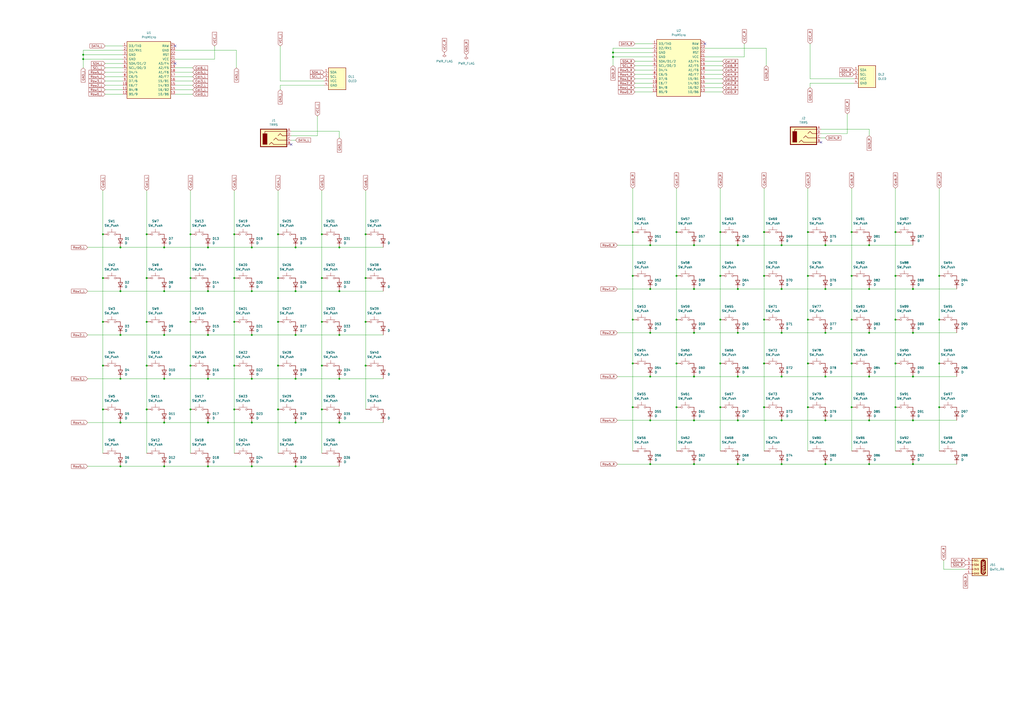
<source format=kicad_sch>
(kicad_sch (version 20231120) (generator "eeschema") (generator_version "8.0")
  (paper "A2")
  (junction (at 468.63 134.62))
  (junction (at 453.39 269.24))
  (junction (at 427.99 218.44))
  (junction (at 161.29 186.69))
  (junction (at 171.45 194.31))
  (junction (at 95.25 194.31))
  (junction (at 367.03 210.82))
  (junction (at 69.85 194.31))
  (junction (at 85.09 186.69))
  (junction (at 427.99 243.84))
  (junction (at 417.83 236.22))
  (junction (at 110.49 186.69))
  (junction (at 417.83 134.62))
  (junction (at 468.63 160.02))
  (junction (at 69.85 143.51))
  (junction (at 135.89 161.29))
  (junction (at 196.85 168.91))
  (junction (at 494.03 236.22))
  (junction (at 402.59 269.24))
  (junction (at 69.85 270.51))
  (junction (at 196.85 194.31))
  (junction (at 59.69 161.29))
  (junction (at 355.6 30.48))
  (junction (at 171.45 219.71))
  (junction (at 453.39 193.04))
  (junction (at 95.25 245.11))
  (junction (at 478.79 167.64))
  (junction (at 95.25 143.51))
  (junction (at 504.19 269.24))
  (junction (at 85.09 161.29))
  (junction (at 95.25 219.71))
  (junction (at 95.25 270.51))
  (junction (at 402.59 142.24))
  (junction (at 453.39 142.24))
  (junction (at 544.83 185.42))
  (junction (at 519.43 236.22))
  (junction (at 544.83 160.02))
  (junction (at 392.43 134.62))
  (junction (at 110.49 161.29))
  (junction (at 161.29 237.49))
  (junction (at 161.29 135.89))
  (junction (at 392.43 185.42))
  (junction (at 529.59 193.04))
  (junction (at 519.43 160.02))
  (junction (at 478.79 243.84))
  (junction (at 544.83 210.82))
  (junction (at 367.03 160.02))
  (junction (at 59.69 186.69))
  (junction (at 377.19 167.64))
  (junction (at 161.29 212.09))
  (junction (at 212.09 161.29))
  (junction (at 504.19 218.44))
  (junction (at 417.83 210.82))
  (junction (at 478.79 193.04))
  (junction (at 494.03 160.02))
  (junction (at 120.65 245.11))
  (junction (at 171.45 168.91))
  (junction (at 186.69 186.69))
  (junction (at 504.19 193.04))
  (junction (at 59.69 212.09))
  (junction (at 59.69 135.89))
  (junction (at 519.43 210.82))
  (junction (at 402.59 218.44))
  (junction (at 85.09 237.49))
  (junction (at 443.23 210.82))
  (junction (at 504.19 167.64))
  (junction (at 377.19 218.44))
  (junction (at 59.69 237.49))
  (junction (at 120.65 194.31))
  (junction (at 377.19 269.24))
  (junction (at 468.63 236.22))
  (junction (at 417.83 160.02))
  (junction (at 402.59 167.64))
  (junction (at 504.19 243.84))
  (junction (at 443.23 160.02))
  (junction (at 494.03 210.82))
  (junction (at 544.83 236.22))
  (junction (at 427.99 269.24))
  (junction (at 427.99 193.04))
  (junction (at 519.43 185.42))
  (junction (at 478.79 218.44))
  (junction (at 146.05 168.91))
  (junction (at 120.65 270.51))
  (junction (at 519.43 134.62))
  (junction (at 453.39 243.84))
  (junction (at 212.09 135.89))
  (junction (at 367.03 185.42))
  (junction (at 48.26 34.29))
  (junction (at 367.03 134.62))
  (junction (at 120.65 219.71))
  (junction (at 377.19 193.04))
  (junction (at 494.03 185.42))
  (junction (at 427.99 142.24))
  (junction (at 443.23 185.42))
  (junction (at 468.63 185.42))
  (junction (at 478.79 269.24))
  (junction (at 377.19 243.84))
  (junction (at 85.09 135.89))
  (junction (at 427.99 167.64))
  (junction (at 186.69 161.29))
  (junction (at 146.05 245.11))
  (junction (at 135.89 135.89))
  (junction (at 392.43 210.82))
  (junction (at 95.25 168.91))
  (junction (at 146.05 219.71))
  (junction (at 453.39 218.44))
  (junction (at 529.59 243.84))
  (junction (at 478.79 142.24))
  (junction (at 110.49 212.09))
  (junction (at 161.29 161.29))
  (junction (at 468.63 210.82))
  (junction (at 392.43 160.02))
  (junction (at 402.59 193.04))
  (junction (at 212.09 186.69))
  (junction (at 69.85 245.11))
  (junction (at 196.85 143.51))
  (junction (at 529.59 218.44))
  (junction (at 355.6 33.02))
  (junction (at 85.09 212.09))
  (junction (at 146.05 270.51))
  (junction (at 212.09 212.09))
  (junction (at 69.85 168.91))
  (junction (at 392.43 236.22))
  (junction (at 135.89 237.49))
  (junction (at 443.23 134.62))
  (junction (at 135.89 212.09))
  (junction (at 443.23 236.22))
  (junction (at 377.19 142.24))
  (junction (at 135.89 186.69))
  (junction (at 402.59 243.84))
  (junction (at 186.69 212.09))
  (junction (at 146.05 194.31))
  (junction (at 171.45 270.51))
  (junction (at 171.45 245.11))
  (junction (at 110.49 237.49))
  (junction (at 171.45 143.51))
  (junction (at 196.85 219.71))
  (junction (at 494.03 134.62))
  (junction (at 120.65 143.51))
  (junction (at 504.19 142.24))
  (junction (at 186.69 237.49))
  (junction (at 196.85 245.11))
  (junction (at 146.05 143.51))
  (junction (at 110.49 135.89))
  (junction (at 186.69 135.89))
  (junction (at 48.26 31.75))
  (junction (at 453.39 167.64))
  (junction (at 367.03 236.22))
  (junction (at 417.83 185.42))
  (junction (at 529.59 269.24))
  (junction (at 120.65 168.91))
  (junction (at 69.85 219.71))
  (junction (at 529.59 167.64))
  (no_connect (at 256.54 -44.45))
  (no_connect (at 168.91 83.82))
  (no_connect (at 476.25 82.55))
  (no_connect (at 408.94 25.4))
  (no_connect (at 101.6 36.83))
  (no_connect (at 101.6 26.67))
  (wire (pts (xy 186.69 212.09) (xy 186.69 237.49)))
  (wire (pts (xy 504.19 193.04) (xy 529.59 193.04)))
  (wire (pts (xy 358.14 218.44) (xy 377.19 218.44)))
  (wire (pts (xy 59.69 161.29) (xy 59.69 186.69)))
  (wire (pts (xy 544.83 210.82) (xy 544.83 236.22)))
  (wire (pts (xy 368.3 38.1) (xy 378.46 38.1)))
  (wire (pts (xy 494.03 210.82) (xy 494.03 236.22)))
  (wire (pts (xy 171.45 168.91) (xy 196.85 168.91)))
  (wire (pts (xy 368.3 53.34) (xy 378.46 53.34)))
  (wire (pts (xy 368.3 35.56) (xy 378.46 35.56)))
  (wire (pts (xy 431.8 33.02) (xy 431.8 25.4)))
  (wire (pts (xy 443.23 109.22) (xy 443.23 134.62)))
  (wire (pts (xy 171.45 245.11) (xy 196.85 245.11)))
  (wire (pts (xy 408.94 38.1) (xy 419.1 38.1)))
  (wire (pts (xy 519.43 185.42) (xy 519.43 210.82)))
  (wire (pts (xy 417.83 236.22) (xy 417.83 261.62)))
  (wire (pts (xy 367.03 236.22) (xy 367.03 261.62)))
  (wire (pts (xy 168.91 78.74) (xy 184.15 78.74)))
  (wire (pts (xy 368.3 43.18) (xy 378.46 43.18)))
  (wire (pts (xy 478.79 142.24) (xy 504.19 142.24)))
  (wire (pts (xy 476.25 77.47) (xy 491.49 77.47)))
  (wire (pts (xy 392.43 210.82) (xy 392.43 236.22)))
  (wire (pts (xy 101.6 46.99) (xy 111.76 46.99)))
  (wire (pts (xy 392.43 236.22) (xy 392.43 261.62)))
  (wire (pts (xy 187.96 49.53) (xy 162.56 49.53)))
  (wire (pts (xy 519.43 109.22) (xy 519.43 134.62)))
  (wire (pts (xy 186.69 135.89) (xy 186.69 161.29)))
  (wire (pts (xy 378.46 30.48) (xy 355.6 30.48)))
  (wire (pts (xy 417.83 134.62) (xy 417.83 160.02)))
  (wire (pts (xy 60.96 44.45) (xy 71.12 44.45)))
  (wire (pts (xy 547.37 330.2) (xy 547.37 325.12)))
  (wire (pts (xy 120.65 219.71) (xy 146.05 219.71)))
  (wire (pts (xy 443.23 236.22) (xy 443.23 261.62)))
  (wire (pts (xy 146.05 143.51) (xy 171.45 143.51)))
  (wire (pts (xy 417.83 160.02) (xy 417.83 185.42)))
  (wire (pts (xy 392.43 185.42) (xy 392.43 210.82)))
  (wire (pts (xy 60.96 52.07) (xy 71.12 52.07)))
  (wire (pts (xy 162.56 46.99) (xy 162.56 26.67)))
  (wire (pts (xy 95.25 219.71) (xy 120.65 219.71)))
  (wire (pts (xy 367.03 109.22) (xy 367.03 134.62)))
  (wire (pts (xy 146.05 270.51) (xy 171.45 270.51)))
  (wire (pts (xy 69.85 270.51) (xy 95.25 270.51)))
  (wire (pts (xy 377.19 243.84) (xy 402.59 243.84)))
  (wire (pts (xy 494.03 160.02) (xy 494.03 185.42)))
  (wire (pts (xy 368.3 48.26) (xy 378.46 48.26)))
  (wire (pts (xy 408.94 50.8) (xy 419.1 50.8)))
  (wire (pts (xy 468.63 134.62) (xy 468.63 160.02)))
  (wire (pts (xy 358.14 193.04) (xy 377.19 193.04)))
  (wire (pts (xy 161.29 161.29) (xy 161.29 186.69)))
  (wire (pts (xy 368.3 40.64) (xy 378.46 40.64)))
  (wire (pts (xy 408.94 48.26) (xy 419.1 48.26)))
  (wire (pts (xy 196.85 143.51) (xy 222.25 143.51)))
  (wire (pts (xy 120.65 270.51) (xy 146.05 270.51)))
  (wire (pts (xy 50.8 143.51) (xy 69.85 143.51)))
  (wire (pts (xy 355.6 27.94) (xy 378.46 27.94)))
  (wire (pts (xy 476.25 74.93) (xy 504.19 74.93)))
  (wire (pts (xy 69.85 219.71) (xy 95.25 219.71)))
  (wire (pts (xy 358.14 243.84) (xy 377.19 243.84)))
  (wire (pts (xy 367.03 210.82) (xy 367.03 236.22)))
  (wire (pts (xy 453.39 142.24) (xy 478.79 142.24)))
  (wire (pts (xy 444.5 27.94) (xy 444.5 38.1)))
  (wire (pts (xy 196.85 194.31) (xy 222.25 194.31)))
  (wire (pts (xy 560.07 330.2) (xy 547.37 330.2)))
  (wire (pts (xy 519.43 134.62) (xy 519.43 160.02)))
  (wire (pts (xy 368.3 45.72) (xy 378.46 45.72)))
  (wire (pts (xy 544.83 109.22) (xy 544.83 160.02)))
  (wire (pts (xy 95.25 194.31) (xy 120.65 194.31)))
  (wire (pts (xy 146.05 194.31) (xy 171.45 194.31)))
  (wire (pts (xy 392.43 160.02) (xy 392.43 185.42)))
  (wire (pts (xy 402.59 243.84) (xy 427.99 243.84)))
  (wire (pts (xy 168.91 76.2) (xy 196.85 76.2)))
  (wire (pts (xy 377.19 142.24) (xy 402.59 142.24)))
  (wire (pts (xy 453.39 243.84) (xy 478.79 243.84)))
  (wire (pts (xy 453.39 167.64) (xy 478.79 167.64)))
  (wire (pts (xy 367.03 160.02) (xy 367.03 185.42)))
  (wire (pts (xy 162.56 49.53) (xy 162.56 52.07)))
  (wire (pts (xy 468.63 210.82) (xy 468.63 236.22)))
  (wire (pts (xy 85.09 135.89) (xy 85.09 161.29)))
  (wire (pts (xy 494.03 109.22) (xy 494.03 134.62)))
  (wire (pts (xy 50.8 270.51) (xy 69.85 270.51)))
  (wire (pts (xy 135.89 135.89) (xy 135.89 161.29)))
  (wire (pts (xy 402.59 167.64) (xy 427.99 167.64)))
  (wire (pts (xy 504.19 167.64) (xy 529.59 167.64)))
  (wire (pts (xy 69.85 143.51) (xy 95.25 143.51)))
  (wire (pts (xy 135.89 186.69) (xy 135.89 212.09)))
  (wire (pts (xy 378.46 33.02) (xy 355.6 33.02)))
  (wire (pts (xy 146.05 245.11) (xy 171.45 245.11)))
  (wire (pts (xy 544.83 185.42) (xy 544.83 210.82)))
  (wire (pts (xy 358.14 142.24) (xy 377.19 142.24)))
  (wire (pts (xy 408.94 35.56) (xy 419.1 35.56)))
  (wire (pts (xy 367.03 185.42) (xy 367.03 210.82)))
  (wire (pts (xy 60.96 41.91) (xy 71.12 41.91)))
  (wire (pts (xy 504.19 142.24) (xy 529.59 142.24)))
  (wire (pts (xy 101.6 49.53) (xy 111.76 49.53)))
  (wire (pts (xy 161.29 135.89) (xy 161.29 161.29)))
  (wire (pts (xy 60.96 54.61) (xy 71.12 54.61)))
  (wire (pts (xy 443.23 134.62) (xy 443.23 160.02)))
  (wire (pts (xy 544.83 236.22) (xy 544.83 261.62)))
  (wire (pts (xy 168.91 81.28) (xy 171.45 81.28)))
  (wire (pts (xy 69.85 168.91) (xy 95.25 168.91)))
  (wire (pts (xy 519.43 160.02) (xy 519.43 185.42)))
  (wire (pts (xy 161.29 212.09) (xy 161.29 237.49)))
  (wire (pts (xy 137.16 29.21) (xy 137.16 39.37)))
  (wire (pts (xy 48.26 31.75) (xy 48.26 34.29)))
  (wire (pts (xy 408.94 53.34) (xy 419.1 53.34)))
  (wire (pts (xy 69.85 194.31) (xy 95.25 194.31)))
  (wire (pts (xy 478.79 167.64) (xy 504.19 167.64)))
  (wire (pts (xy 453.39 193.04) (xy 478.79 193.04)))
  (wire (pts (xy 544.83 160.02) (xy 544.83 185.42)))
  (wire (pts (xy 491.49 66.04) (xy 491.49 77.47)))
  (wire (pts (xy 50.8 168.91) (xy 69.85 168.91)))
  (wire (pts (xy 358.14 167.64) (xy 377.19 167.64)))
  (wire (pts (xy 408.94 40.64) (xy 419.1 40.64)))
  (wire (pts (xy 69.85 245.11) (xy 95.25 245.11)))
  (wire (pts (xy 137.16 29.21) (xy 101.6 29.21)))
  (wire (pts (xy 212.09 186.69) (xy 212.09 212.09)))
  (wire (pts (xy 427.99 167.64) (xy 453.39 167.64)))
  (wire (pts (xy 95.25 245.11) (xy 120.65 245.11)))
  (wire (pts (xy 110.49 161.29) (xy 110.49 186.69)))
  (wire (pts (xy 59.69 110.49) (xy 59.69 135.89)))
  (wire (pts (xy 110.49 110.49) (xy 110.49 135.89)))
  (wire (pts (xy 368.3 50.8) (xy 378.46 50.8)))
  (wire (pts (xy 101.6 41.91) (xy 111.76 41.91)))
  (wire (pts (xy 146.05 219.71) (xy 171.45 219.71)))
  (wire (pts (xy 358.14 269.24) (xy 377.19 269.24)))
  (wire (pts (xy 504.19 243.84) (xy 529.59 243.84)))
  (wire (pts (xy 478.79 193.04) (xy 504.19 193.04)))
  (wire (pts (xy 196.85 168.91) (xy 222.25 168.91)))
  (wire (pts (xy 504.19 74.93) (xy 504.19 78.74)))
  (wire (pts (xy 101.6 54.61) (xy 111.76 54.61)))
  (wire (pts (xy 494.03 236.22) (xy 494.03 261.62)))
  (wire (pts (xy 529.59 167.64) (xy 554.99 167.64)))
  (wire (pts (xy 417.83 210.82) (xy 417.83 236.22)))
  (wire (pts (xy 71.12 31.75) (xy 48.26 31.75)))
  (wire (pts (xy 95.25 270.51) (xy 120.65 270.51)))
  (wire (pts (xy 48.26 29.21) (xy 48.26 31.75)))
  (wire (pts (xy 478.79 243.84) (xy 504.19 243.84)))
  (wire (pts (xy 417.83 185.42) (xy 417.83 210.82)))
  (wire (pts (xy 85.09 161.29) (xy 85.09 186.69)))
  (wire (pts (xy 529.59 243.84) (xy 554.99 243.84)))
  (wire (pts (xy 186.69 186.69) (xy 186.69 212.09)))
  (wire (pts (xy 468.63 160.02) (xy 468.63 185.42)))
  (wire (pts (xy 212.09 161.29) (xy 212.09 186.69)))
  (wire (pts (xy 377.19 193.04) (xy 402.59 193.04)))
  (wire (pts (xy 427.99 193.04) (xy 453.39 193.04)))
  (wire (pts (xy 124.46 34.29) (xy 124.46 26.67)))
  (wire (pts (xy 85.09 110.49) (xy 85.09 135.89)))
  (wire (pts (xy 378.46 25.4) (xy 368.3 25.4)))
  (wire (pts (xy 120.65 168.91) (xy 146.05 168.91)))
  (wire (pts (xy 60.96 49.53) (xy 71.12 49.53)))
  (wire (pts (xy 504.19 269.24) (xy 529.59 269.24)))
  (wire (pts (xy 355.6 33.02) (xy 355.6 38.1)))
  (wire (pts (xy 468.63 236.22) (xy 468.63 261.62)))
  (wire (pts (xy 186.69 237.49) (xy 186.69 262.89)))
  (wire (pts (xy 85.09 186.69) (xy 85.09 212.09)))
  (wire (pts (xy 468.63 185.42) (xy 468.63 210.82)))
  (wire (pts (xy 187.96 46.99) (xy 162.56 46.99)))
  (wire (pts (xy 120.65 245.11) (xy 146.05 245.11)))
  (wire (pts (xy 519.43 210.82) (xy 519.43 236.22)))
  (wire (pts (xy 186.69 110.49) (xy 186.69 135.89)))
  (wire (pts (xy 417.83 109.22) (xy 417.83 134.62)))
  (wire (pts (xy 196.85 76.2) (xy 196.85 80.01)))
  (wire (pts (xy 495.3 45.72) (xy 469.9 45.72)))
  (wire (pts (xy 504.19 218.44) (xy 529.59 218.44)))
  (wire (pts (xy 408.94 43.18) (xy 419.1 43.18)))
  (wire (pts (xy 402.59 142.24) (xy 427.99 142.24)))
  (wire (pts (xy 478.79 269.24) (xy 504.19 269.24)))
  (wire (pts (xy 519.43 236.22) (xy 519.43 261.62)))
  (wire (pts (xy 443.23 210.82) (xy 443.23 236.22)))
  (wire (pts (xy 392.43 109.22) (xy 392.43 134.62)))
  (wire (pts (xy 120.65 194.31) (xy 146.05 194.31)))
  (wire (pts (xy 427.99 142.24) (xy 453.39 142.24)))
  (wire (pts (xy 212.09 110.49) (xy 212.09 135.89)))
  (wire (pts (xy 171.45 219.71) (xy 196.85 219.71)))
  (wire (pts (xy 444.5 27.94) (xy 408.94 27.94)))
  (wire (pts (xy 48.26 34.29) (xy 48.26 39.37)))
  (wire (pts (xy 427.99 269.24) (xy 453.39 269.24)))
  (wire (pts (xy 110.49 135.89) (xy 110.49 161.29)))
  (wire (pts (xy 402.59 218.44) (xy 427.99 218.44)))
  (wire (pts (xy 95.25 168.91) (xy 120.65 168.91)))
  (wire (pts (xy 95.25 143.51) (xy 120.65 143.51)))
  (wire (pts (xy 212.09 212.09) (xy 212.09 237.49)))
  (wire (pts (xy 50.8 219.71) (xy 69.85 219.71)))
  (wire (pts (xy 101.6 44.45) (xy 111.76 44.45)))
  (wire (pts (xy 196.85 245.11) (xy 222.25 245.11)))
  (wire (pts (xy 392.43 134.62) (xy 392.43 160.02)))
  (wire (pts (xy 60.96 46.99) (xy 71.12 46.99)))
  (wire (pts (xy 171.45 270.51) (xy 196.85 270.51)))
  (wire (pts (xy 355.6 30.48) (xy 355.6 33.02)))
  (wire (pts (xy 135.89 237.49) (xy 135.89 262.89)))
  (wire (pts (xy 529.59 269.24) (xy 554.99 269.24)))
  (wire (pts (xy 478.79 218.44) (xy 504.19 218.44)))
  (wire (pts (xy 408.94 33.02) (xy 431.8 33.02)))
  (wire (pts (xy 110.49 237.49) (xy 110.49 262.89)))
  (wire (pts (xy 402.59 193.04) (xy 427.99 193.04)))
  (wire (pts (xy 476.25 80.01) (xy 478.79 80.01)))
  (wire (pts (xy 120.65 143.51) (xy 146.05 143.51)))
  (wire (pts (xy 50.8 194.31) (xy 69.85 194.31)))
  (wire (pts (xy 212.09 135.89) (xy 212.09 161.29)))
  (wire (pts (xy 377.19 269.24) (xy 402.59 269.24)))
  (wire (pts (xy 184.15 67.31) (xy 184.15 78.74)))
  (wire (pts (xy 135.89 110.49) (xy 135.89 135.89)))
  (wire (pts (xy 453.39 218.44) (xy 478.79 218.44)))
  (wire (pts (xy 110.49 186.69) (xy 110.49 212.09)))
  (wire (pts (xy 196.85 219.71) (xy 222.25 219.71)))
  (wire (pts (xy 71.12 26.67) (xy 60.96 26.67)))
  (wire (pts (xy 59.69 135.89) (xy 59.69 161.29)))
  (wire (pts (xy 146.05 168.91) (xy 171.45 168.91)))
  (wire (pts (xy 377.19 167.64) (xy 402.59 167.64)))
  (wire (pts (xy 101.6 34.29) (xy 124.46 34.29)))
  (wire (pts (xy 59.69 186.69) (xy 59.69 212.09)))
  (wire (pts (xy 469.9 45.72) (xy 469.9 25.4)))
  (wire (pts (xy 469.9 48.26) (xy 469.9 50.8)))
  (wire (pts (xy 355.6 27.94) (xy 355.6 30.48)))
  (wire (pts (xy 494.03 185.42) (xy 494.03 210.82)))
  (wire (pts (xy 367.03 134.62) (xy 367.03 160.02)))
  (wire (pts (xy 101.6 52.07) (xy 111.76 52.07)))
  (wire (pts (xy 495.3 48.26) (xy 469.9 48.26)))
  (wire (pts (xy 161.29 110.49) (xy 161.29 135.89)))
  (wire (pts (xy 85.09 212.09) (xy 85.09 237.49)))
  (wire (pts (xy 59.69 212.09) (xy 59.69 237.49)))
  (wire (pts (xy 427.99 243.84) (xy 453.39 243.84)))
  (wire (pts (xy 135.89 212.09) (xy 135.89 237.49)))
  (wire (pts (xy 186.69 161.29) (xy 186.69 186.69)))
  (wire (pts (xy 85.09 237.49) (xy 85.09 262.89)))
  (wire (pts (xy 110.49 212.09) (xy 110.49 237.49)))
  (wire (pts (xy 529.59 193.04) (xy 554.99 193.04)))
  (wire (pts (xy 135.89 161.29) (xy 135.89 186.69)))
  (wire (pts (xy 171.45 194.31) (xy 196.85 194.31)))
  (wire (pts (xy 377.19 218.44) (xy 402.59 218.44)))
  (wire (pts (xy 529.59 218.44) (xy 554.99 218.44)))
  (wire (pts (xy 50.8 245.11) (xy 69.85 245.11)))
  (wire (pts (xy 453.39 269.24) (xy 478.79 269.24)))
  (wire (pts (xy 494.03 134.62) (xy 494.03 160.02)))
  (wire (pts (xy 468.63 109.22) (xy 468.63 134.62)))
  (wire (pts (xy 59.69 237.49) (xy 59.69 262.89)))
  (wire (pts (xy 71.12 34.29) (xy 48.26 34.29)))
  (wire (pts (xy 402.59 269.24) (xy 427.99 269.24)))
  (wire (pts (xy 408.94 45.72) (xy 419.1 45.72)))
  (wire (pts (xy 101.6 39.37) (xy 111.76 39.37)))
  (wire (pts (xy 48.26 29.21) (xy 71.12 29.21)))
  (wire (pts (xy 161.29 186.69) (xy 161.29 212.09)))
  (wire (pts (xy 443.23 185.42) (xy 443.23 210.82)))
  (wire (pts (xy 171.45 143.51) (xy 196.85 143.51)))
  (wire (pts (xy 427.99 218.44) (xy 453.39 218.44)))
  (wire (pts (xy 443.23 160.02) (xy 443.23 185.42)))
  (wire (pts (xy 161.29 237.49) (xy 161.29 262.89)))
  (wire (pts (xy 60.96 36.83) (xy 71.12 36.83)))
  (wire (pts (xy 60.96 39.37) (xy 71.12 39.37)))
  (global_label "Col2_L" (shape input) (at 111.76 49.53 0) (property "Intersheetrefs" "${INTERSHEET_REFS}" (effects (hide yes))))
  (global_label "Row3_L" (shape input) (at 50.8 219.71 180) (property "Intersheetrefs" "${INTERSHEET_REFS}" (effects (hide yes))))
  (global_label "Col0_R" (shape input) (at 419.1 53.34 0) (property "Intersheetrefs" "${INTERSHEET_REFS}" (effects (hide yes))))
  (global_label "VCC_L" (shape input) (at 162.56 26.67 90) (property "Intersheetrefs" "${INTERSHEET_REFS}" (effects (hide yes))))
  (global_label "Col1_R" (shape input) (at 419.1 50.8 0) (property "Intersheetrefs" "${INTERSHEET_REFS}" (effects (hide yes))))
  (global_label "Row0_R" (shape input) (at 358.14 142.24 180) (property "Intersheetrefs" "${INTERSHEET_REFS}" (effects (hide yes))))
  (global_label "Row2_R" (shape input) (at 358.14 193.04 180) (property "Intersheetrefs" "${INTERSHEET_REFS}" (effects (hide yes))))
  (global_label "Col2_R" (shape input) (at 417.83 109.22 90) (property "Intersheetrefs" "${INTERSHEET_REFS}" (effects (hide yes))))
  (global_label "DATA_L" (shape input) (at 60.96 26.67 180) (property "Intersheetrefs" "${INTERSHEET_REFS}" (effects (hide yes))))
  (global_label "Col7_R" (shape input) (at 544.83 109.22 90) (property "Intersheetrefs" "${INTERSHEET_REFS}" (effects (hide yes))))
  (global_label "Col6_R" (shape input) (at 519.43 109.22 90) (property "Intersheetrefs" "${INTERSHEET_REFS}" (effects (hide yes))))
  (global_label "Col2_R" (shape input) (at 419.1 48.26 0) (property "Intersheetrefs" "${INTERSHEET_REFS}" (effects (hide yes))))
  (global_label "Row0_L" (shape input) (at 60.96 54.61 180) (property "Intersheetrefs" "${INTERSHEET_REFS}" (effects (hide yes))))
  (global_label "Row2_L" (shape input) (at 60.96 49.53 180) (property "Intersheetrefs" "${INTERSHEET_REFS}" (effects (hide yes))))
  (global_label "DATA_L" (shape input) (at 171.45 81.28 0) (property "Intersheetrefs" "${INTERSHEET_REFS}" (effects (hide yes))))
  (global_label "GND_L" (shape input) (at 162.56 52.07 270) (property "Intersheetrefs" "${INTERSHEET_REFS}" (effects (hide yes))))
  (global_label "Row2_L" (shape input) (at 50.8 194.31 180) (property "Intersheetrefs" "${INTERSHEET_REFS}" (effects (hide yes))))
  (global_label "Row4_L" (shape input) (at 60.96 44.45 180) (property "Intersheetrefs" "${INTERSHEET_REFS}" (effects (hide yes))))
  (global_label "Col4_L" (shape input) (at 161.29 110.49 90) (property "Intersheetrefs" "${INTERSHEET_REFS}" (effects (hide yes))))
  (global_label "Row2_R" (shape input) (at 368.3 48.26 180) (property "Intersheetrefs" "${INTERSHEET_REFS}" (effects (hide yes))))
  (global_label "VCC_R" (shape input) (at 431.8 25.4 90) (property "Intersheetrefs" "${INTERSHEET_REFS}" (effects (hide yes))))
  (global_label "Col0_L" (shape input) (at 111.76 54.61 0) (property "Intersheetrefs" "${INTERSHEET_REFS}" (effects (hide yes))))
  (global_label "SCL_R" (shape input) (at 495.3 43.18 180) (property "Intersheetrefs" "${INTERSHEET_REFS}" (effects (hide yes))))
  (global_label "Col5_L" (shape input) (at 186.69 110.49 90) (property "Intersheetrefs" "${INTERSHEET_REFS}" (effects (hide yes))))
  (global_label "GND_R" (shape input) (at 444.5 38.1 270) (property "Intersheetrefs" "${INTERSHEET_REFS}" (effects (hide yes))))
  (global_label "SDA_L" (shape input) (at 60.96 36.83 180) (property "Intersheetrefs" "${INTERSHEET_REFS}" (effects (hide yes))))
  (global_label "DATA_R" (shape input) (at 368.3 25.4 180) (property "Intersheetrefs" "${INTERSHEET_REFS}" (effects (hide yes))))
  (global_label "Row5_L" (shape input) (at 60.96 41.91 180) (property "Intersheetrefs" "${INTERSHEET_REFS}" (effects (hide yes))))
  (global_label "GND_L" (shape input) (at 137.16 39.37 270) (property "Intersheetrefs" "${INTERSHEET_REFS}" (effects (hide yes))))
  (global_label "Row1_L" (shape input) (at 60.96 52.07 180) (property "Intersheetrefs" "${INTERSHEET_REFS}" (effects (hide yes))))
  (global_label "VCC_L" (shape input) (at 184.15 67.31 90) (property "Intersheetrefs" "${INTERSHEET_REFS}" (effects (hide yes))))
  (global_label "SCL_R" (shape input) (at 560.07 325.12 180) (property "Intersheetrefs" "${INTERSHEET_REFS}" (effects (hide yes))))
  (global_label "Col2_L" (shape input) (at 110.49 110.49 90) (property "Intersheetrefs" "${INTERSHEET_REFS}" (effects (hide yes))))
  (global_label "Col6_L" (shape input) (at 212.09 110.49 90) (property "Intersheetrefs" "${INTERSHEET_REFS}" (effects (hide yes))))
  (global_label "Row1_R" (shape input) (at 368.3 50.8 180) (property "Intersheetrefs" "${INTERSHEET_REFS}" (effects (hide yes))))
  (global_label "VCC_R" (shape input) (at 469.9 25.4 90) (property "Intersheetrefs" "${INTERSHEET_REFS}" (effects (hide yes))))
  (global_label "Col3_R" (shape input) (at 443.23 109.22 90) (property "Intersheetrefs" "${INTERSHEET_REFS}" (effects (hide yes))))
  (global_label "Row5_R" (shape input) (at 368.3 40.64 180) (property "Intersheetrefs" "${INTERSHEET_REFS}" (effects (hide yes))))
  (global_label "Col7_R" (shape input) (at 419.1 35.56 0) (property "Intersheetrefs" "${INTERSHEET_REFS}" (effects (hide yes))))
  (global_label "Row5_L" (shape input) (at 50.8 270.51 180) (property "Intersheetrefs" "${INTERSHEET_REFS}" (effects (hide yes))))
  (global_label "Col6_R" (shape input) (at 419.1 38.1 0) (property "Intersheetrefs" "${INTERSHEET_REFS}" (effects (hide yes))))
  (global_label "VCC_R" (shape input) (at 257.81 30.48 90) (property "Intersheetrefs" "${INTERSHEET_REFS}" (effects (hide yes))))
  (global_label "Col5_L" (shape input) (at 111.76 41.91 0) (property "Intersheetrefs" "${INTERSHEET_REFS}" (effects (hide yes))))
  (global_label "Col6_L" (shape input) (at 111.76 39.37 0) (property "Intersheetrefs" "${INTERSHEET_REFS}" (effects (hide yes))))
  (global_label "SDA_L" (shape input) (at 187.96 41.91 180) (property "Intersheetrefs" "${INTERSHEET_REFS}" (effects (hide yes))))
  (global_label "GND_R" (shape input) (at 469.9 50.8 270) (property "Intersheetrefs" "${INTERSHEET_REFS}" (effects (hide yes))))
  (global_label "Row1_L" (shape input) (at 50.8 168.91 180) (property "Intersheetrefs" "${INTERSHEET_REFS}" (effects (hide yes))))
  (global_label "SCL_L" (shape input) (at 60.96 39.37 180) (property "Intersheetrefs" "${INTERSHEET_REFS}" (effects (hide yes))))
  (global_label "Col4_R" (shape input) (at 419.1 43.18 0) (property "Intersheetrefs" "${INTERSHEET_REFS}" (effects (hide yes))))
  (global_label "Col4_R" (shape input) (at 468.63 109.22 90) (property "Intersheetrefs" "${INTERSHEET_REFS}" (effects (hide yes))))
  (global_label "SDA_R" (shape input) (at 560.07 327.66 180) (property "Intersheetrefs" "${INTERSHEET_REFS}" (effects (hide yes))))
  (global_label "Row4_R" (shape input) (at 358.14 243.84 180) (property "Intersheetrefs" "${INTERSHEET_REFS}" (effects (hide yes))))
  (global_label "Row0_L" (shape input) (at 50.8 143.51 180) (property "Intersheetrefs" "${INTERSHEET_REFS}" (effects (hide yes))))
  (global_label "VCC_R" (shape input) (at 491.49 66.04 90) (property "Intersheetrefs" "${INTERSHEET_REFS}" (effects (hide yes))))
  (global_label "Col0_L" (shape input) (at 59.69 110.49 90) (property "Intersheetrefs" "${INTERSHEET_REFS}" (effects (hide yes))))
  (global_label "VCC_L" (shape input) (at 124.46 26.67 90) (property "Intersheetrefs" "${INTERSHEET_REFS}" (effects (hide yes))))
  (global_label "Col1_L" (shape input) (at 111.76 52.07 0) (property "Intersheetrefs" "${INTERSHEET_REFS}" (effects (hide yes))))
  (global_label "Row1_R" (shape input) (at 358.14 167.64 180) (property "Intersheetrefs" "${INTERSHEET_REFS}" (effects (hide yes))))
  (global_label "Col0_R" (shape input) (at 367.03 109.22 90) (property "Intersheetrefs" "${INTERSHEET_REFS}" (effects (hide yes))))
  (global_label "Row4_R" (shape input) (at 368.3 43.18 180) (property "Intersheetrefs" "${INTERSHEET_REFS}" (effects (hide yes))))
  (global_label "Row5_R" (shape input) (at 358.14 269.24 180) (property "Intersheetrefs" "${INTERSHEET_REFS}" (effects (hide yes))))
  (global_label "SCL_L" (shape input) (at 187.96 44.45 180) (property "Intersheetrefs" "${INTERSHEET_REFS}" (effects (hide yes))))
  (global_label "GND_R" (shape input) (at 355.6 38.1 270) (property "Intersheetrefs" "${INTERSHEET_REFS}" (effects (hide yes))))
  (global_label "Row0_R" (shape input) (at 368.3 53.34 180) (property "Intersheetrefs" "${INTERSHEET_REFS}" (effects (hide yes))))
  (global_label "SDA_R" (shape input) (at 495.3 40.64 180) (property "Intersheetrefs" "${INTERSHEET_REFS}" (effects (hide yes))))
  (global_label "Row3_R" (shape input) (at 358.14 218.44 180) (property "Intersheetrefs" "${INTERSHEET_REFS}" (effects (hide yes))))
  (global_label "Col1_R" (shape input) (at 392.43 109.22 90) (property "Intersheetrefs" "${INTERSHEET_REFS}" (effects (hide yes))))
  (global_label "GND_L" (shape input) (at 196.85 80.01 270) (property "Intersheetrefs" "${INTERSHEET_REFS}" (effects (hide yes))))
  (global_label "DATA_R" (shape input) (at 478.79 80.01 0) (property "Intersheetrefs" "${INTERSHEET_REFS}" (effects (hide yes))))
  (global_label "Row3_R" (shape input) (at 368.3 45.72 180) (property "Intersheetrefs" "${INTERSHEET_REFS}" (effects (hide yes))))
  (global_label "GND_R" (shape input) (at 270.51 31.75 90) (property "Intersheetrefs" "${INTERSHEET_REFS}" (effects (hide yes))))
  (global_label "GND_R" (shape input) (at 560.07 332.74 270) (property "Intersheetrefs" "${INTERSHEET_REFS}" (effects (hide yes))))
  (global_label "SCL_R" (shape input) (at 368.3 38.1 180) (property "Intersheetrefs" "${INTERSHEET_REFS}" (effects (hide yes))))
  (global_label "VCC_R" (shape input) (at 547.37 325.12 90) (property "Intersheetrefs" "${INTERSHEET_REFS}" (effects (hide yes))))
  (global_label "Col4_L" (shape input) (at 111.76 44.45 0) (property "Intersheetrefs" "${INTERSHEET_REFS}" (effects (hide yes))))
  (global_label "Col3_L" (shape input) (at 111.76 46.99 0) (property "Intersheetrefs" "${INTERSHEET_REFS}" (effects (hide yes))))
  (global_label "GND_L" (shape input) (at 48.26 39.37 270) (property "Intersheetrefs" "${INTERSHEET_REFS}" (effects (hide yes))))
  (global_label "Col3_R" (shape input) (at 419.1 45.72 0) (property "Intersheetrefs" "${INTERSHEET_REFS}" (effects (hide yes))))
  (global_label "SDA_R" (shape input) (at 368.3 35.56 180) (property "Intersheetrefs" "${INTERSHEET_REFS}" (effects (hide yes))))
  (global_label "Col5_R" (shape input) (at 494.03 109.22 90) (property "Intersheetrefs" "${INTERSHEET_REFS}" (effects (hide yes))))
  (global_label "GND_R" (shape input) (at 504.19 78.74 270) (property "Intersheetrefs" "${INTERSHEET_REFS}" (effects (hide yes))))
  (global_label "Col3_L" (shape input) (at 135.89 110.49 90) (property "Intersheetrefs" "${INTERSHEET_REFS}" (effects (hide yes))))
  (global_label "Col1_L" (shape input) (at 85.09 110.49 90) (property "Intersheetrefs" "${INTERSHEET_REFS}" (effects (hide yes))))
  (global_label "Row4_L" (shape input) (at 50.8 245.11 180) (property "Intersheetrefs" "${INTERSHEET_REFS}" (effects (hide yes))))
  (global_label "Row3_L" (shape input) (at 60.96 46.99 180) (property "Intersheetrefs" "${INTERSHEET_REFS}" (effects (hide yes))))
  (global_label "Col5_R" (shape input) (at 419.1 40.64 0) (property "Intersheetrefs" "${INTERSHEET_REFS}" (effects (hide yes))))
  (symbol (lib_id "Device:D") (at 402.59 163.83 90) (unit 1)
    (property "Reference" "D58" (at 405.13 162.5599 90) (effects (justify right)))
    (property "Value" "D" (at 405.13 165.0999 90) (effects (justify right)))
    (property "Footprint" "kbd_Parts:Diode_SMD" (effects (hide yes)))
    (property "Description" "Diode" (effects (hide yes)))
    (property "Sim.Device" "D" (effects (hide yes)))
    (property "Sim.Pins" "1=K 2=A" (effects (hide yes)))
  )
  (symbol (lib_id "Device:D") (at 171.45 241.3 90) (unit 1)
    (property "Reference" "D29" (at 173.99 240.0299 90) (effects (justify right)))
    (property "Value" "D" (at 173.99 242.5699 90) (effects (justify right)))
    (property "Footprint" "kbd_Parts:Diode_SMD" (effects (hide yes)))
    (property "Description" "Diode" (effects (hide yes)))
    (property "Sim.Device" "D" (effects (hide yes)))
    (property "Sim.Pins" "1=K 2=A" (effects (hide yes)))
  )
  (symbol (lib_id "Device:D") (at 146.05 266.7 90) (unit 1)
    (property "Reference" "D24" (at 148.59 265.4299 90) (effects (justify right)))
    (property "Value" "D" (at 148.59 267.9699 90) (effects (justify right)))
    (property "Footprint" "kbd_Parts:Diode_SMD" (effects (hide yes)))
    (property "Description" "Diode" (effects (hide yes)))
    (property "Sim.Device" "D" (effects (hide yes)))
    (property "Sim.Pins" "1=K 2=A" (effects (hide yes)))
  )
  (symbol (lib_id "Device:D") (at 120.65 165.1 90) (unit 1)
    (property "Reference" "D14" (at 123.19 163.8299 90) (effects (justify right)))
    (property "Value" "D" (at 123.19 166.3699 90) (effects (justify right)))
    (property "Footprint" "kbd_Parts:Diode_SMD" (effects (hide yes)))
    (property "Description" "Diode" (effects (hide yes)))
    (property "Sim.Device" "D" (effects (hide yes)))
    (property "Sim.Pins" "1=K 2=A" (effects (hide yes)))
  )
  (symbol (lib_id "Device:D") (at 69.85 266.7 90) (unit 1)
    (property "Reference" "D6" (at 72.39 265.4299 90) (effects (justify right)))
    (property "Value" "D" (at 72.39 267.9699 90) (effects (justify right)))
    (property "Footprint" "kbd_Parts:Diode_SMD" (effects (hide yes)))
    (property "Description" "Diode" (effects (hide yes)))
    (property "Sim.Device" "D" (effects (hide yes)))
    (property "Sim.Pins" "1=K 2=A" (effects (hide yes)))
  )
  (symbol (lib_id "Switch:SW_Push") (at 549.91 210.82 0) (mirror y) (unit 1)
    (property "Reference" "SW96" (at 549.91 203.2 0))
    (property "Value" "SW_Push" (at 549.91 205.74 0))
    (property "Footprint" "Rikkodo_FootPrint:rkd_Asm_ChocV2_Hotswap_2uW" (effects (hide yes)))
    (property "Description" "Push button switch, generic, two pins" (effects (hide yes)))
  )
  (symbol (lib_id "Switch:SW_Push") (at 524.51 134.62 0) (mirror y) (unit 1)
    (property "Reference" "SW87" (at 524.51 127 0))
    (property "Value" "SW_Push" (at 524.51 129.54 0))
    (property "Footprint" "Rikkodo_FootPrint:rkd_Asm_ChocV1V2_Hotswap_1u" (effects (hide yes)))
    (property "Description" "Push button switch, generic, two pins" (effects (hide yes)))
  )
  (symbol (lib_id "Device:D") (at 478.79 163.83 90) (unit 1)
    (property "Reference" "D76" (at 481.33 162.5599 90) (effects (justify right)))
    (property "Value" "D" (at 481.33 165.0999 90) (effects (justify right)))
    (property "Footprint" "kbd_Parts:Diode_SMD" (effects (hide yes)))
    (property "Description" "Diode" (effects (hide yes)))
    (property "Sim.Device" "D" (effects (hide yes)))
    (property "Sim.Pins" "1=K 2=A" (effects (hide yes)))
  )
  (symbol (lib_id "Switch:SW_Push") (at 448.31 261.62 0) (mirror y) (unit 1)
    (property "Reference" "SW74" (at 448.31 254 0))
    (property "Value" "SW_Push" (at 448.31 256.54 0))
    (property "Footprint" "Rikkodo_FootPrint:rkd_Asm_ChocV1V2_Hotswap_1u" (effects (hide yes)))
    (property "Description" "Push button switch, generic, two pins" (effects (hide yes)))
  )
  (symbol (lib_id "Device:D") (at 402.59 240.03 90) (unit 1)
    (property "Reference" "D61" (at 405.13 238.7599 90) (effects (justify right)))
    (property "Value" "D" (at 405.13 241.2999 90) (effects (justify right)))
    (property "Footprint" "kbd_Parts:Diode_SMD" (effects (hide yes)))
    (property "Description" "Diode" (effects (hide yes)))
    (property "Sim.Device" "D" (effects (hide yes)))
    (property "Sim.Pins" "1=K 2=A" (effects (hide yes)))
  )
  (symbol (lib_id "Switch:SW_Push") (at 422.91 210.82 0) (mirror y) (unit 1)
    (property "Reference" "SW66" (at 422.91 203.2 0))
    (property "Value" "SW_Push" (at 422.91 205.74 0))
    (property "Footprint" "Rikkodo_FootPrint:rkd_Asm_ChocV1V2_Hotswap_1u" (effects (hide yes)))
    (property "Description" "Push button switch, generic, two pins" (effects (hide yes)))
  )
  (symbol (lib_id "Switch:SW_Push") (at 372.11 236.22 0) (mirror y) (unit 1)
    (property "Reference" "SW55" (at 372.11 228.6 0))
    (property "Value" "SW_Push" (at 372.11 231.14 0))
    (property "Footprint" "Rikkodo_FootPrint:rkd_Asm_ChocV1V2_Hotswap_1u" (effects (hide yes)))
    (property "Description" "Push button switch, generic, two pins" (effects (hide yes)))
  )
  (symbol (lib_id "Switch:SW_Push") (at 372.11 261.62 0) (mirror y) (unit 1)
    (property "Reference" "SW56" (at 372.11 254 0))
    (property "Value" "SW_Push" (at 372.11 256.54 0))
    (property "Footprint" "Rikkodo_FootPrint:rkd_Asm_ChocV1V2_Hotswap_1u" (effects (hide yes)))
    (property "Description" "Push button switch, generic, two pins" (effects (hide yes)))
  )
  (symbol (lib_id "Device:D") (at 478.79 265.43 90) (unit 1)
    (property "Reference" "D80" (at 481.33 264.1599 90) (effects (justify right)))
    (property "Value" "D" (at 481.33 266.6999 90) (effects (justify right)))
    (property "Footprint" "kbd_Parts:Diode_SMD" (effects (hide yes)))
    (property "Description" "Diode" (effects (hide yes)))
    (property "Sim.Device" "D" (effects (hide yes)))
    (property "Sim.Pins" "1=K 2=A" (effects (hide yes)))
  )
  (symbol (lib_id "Switch:SW_Push") (at 166.37 262.89 0) (mirror y) (unit 1)
    (property "Reference" "SW30" (at 166.37 255.27 0))
    (property "Value" "SW_Push" (at 166.37 257.81 0))
    (property "Footprint" "Rikkodo_FootPrint:rkd_Asm_ChocV1V2_Hotswap_1u" (effects (hide yes)))
    (property "Description" "Push button switch, generic, two pins" (effects (hide yes)))
  )
  (symbol (lib_id "Device:D") (at 196.85 241.3 90) (unit 1)
    (property "Reference" "D35" (at 199.39 240.0299 90) (effects (justify right)))
    (property "Value" "D" (at 199.39 242.5699 90) (effects (justify right)))
    (property "Footprint" "kbd_Parts:Diode_SMD" (effects (hide yes)))
    (property "Description" "Diode" (effects (hide yes)))
    (property "Sim.Device" "D" (effects (hide yes)))
    (property "Sim.Pins" "1=K 2=A" (effects (hide yes)))
  )
  (symbol (lib_id "Device:D") (at 196.85 165.1 90) (unit 1)
    (property "Reference" "D32" (at 199.39 163.8299 90) (effects (justify right)))
    (property "Value" "D" (at 199.39 166.3699 90) (effects (justify right)))
    (property "Footprint" "kbd_Parts:Diode_SMD" (effects (hide yes)))
    (property "Description" "Diode" (effects (hide yes)))
    (property "Sim.Device" "D" (effects (hide yes)))
    (property "Sim.Pins" "1=K 2=A" (effects (hide yes)))
  )
  (symbol (lib_id "Switch:SW_Push") (at 397.51 185.42 0) (mirror y) (unit 1)
    (property "Reference" "SW59" (at 397.51 177.8 0))
    (property "Value" "SW_Push" (at 397.51 180.34 0))
    (property "Footprint" "Rikkodo_FootPrint:rkd_Asm_ChocV1V2_Hotswap_1u" (effects (hide yes)))
    (property "Description" "Push button switch, generic, two pins" (effects (hide yes)))
  )
  (symbol (lib_id "Device:D") (at 427.99 240.03 90) (unit 1)
    (property "Reference" "D67" (at 430.53 238.7599 90) (effects (justify right)))
    (property "Value" "D" (at 430.53 241.2999 90) (effects (justify right)))
    (property "Footprint" "kbd_Parts:Diode_SMD" (effects (hide yes)))
    (property "Description" "Diode" (effects (hide yes)))
    (property "Sim.Device" "D" (effects (hide yes)))
    (property "Sim.Pins" "1=K 2=A" (effects (hide yes)))
  )
  (symbol (lib_id "Device:D") (at 146.05 241.3 90) (unit 1)
    (property "Reference" "D23" (at 148.59 240.0299 90) (effects (justify right)))
    (property "Value" "D" (at 148.59 242.5699 90) (effects (justify right)))
    (property "Footprint" "kbd_Parts:Diode_SMD" (effects (hide yes)))
    (property "Description" "Diode" (effects (hide yes)))
    (property "Sim.Device" "D" (effects (hide yes)))
    (property "Sim.Pins" "1=K 2=A" (effects (hide yes)))
  )
  (symbol (lib_id "Device:D") (at 504.19 214.63 90) (unit 1)
    (property "Reference" "D84" (at 506.73 213.3599 90) (effects (justify right)))
    (property "Value" "D" (at 506.73 215.8999 90) (effects (justify right)))
    (property "Footprint" "kbd_Parts:Diode_SMD" (effects (hide yes)))
    (property "Description" "Diode" (effects (hide yes)))
    (property "Sim.Device" "D" (effects (hide yes)))
    (property "Sim.Pins" "1=K 2=A" (effects (hide yes)))
  )
  (symbol (lib_id "Switch:SW_Push") (at 397.51 160.02 0) (mirror y) (unit 1)
    (property "Reference" "SW58" (at 397.51 152.4 0))
    (property "Value" "SW_Push" (at 397.51 154.94 0))
    (property "Footprint" "Rikkodo_FootPrint:rkd_Asm_ChocV1V2_Hotswap_1u" (effects (hide yes)))
    (property "Description" "Push button switch, generic, two pins" (effects (hide yes)))
  )
  (symbol (lib_id "Switch:SW_Push") (at 191.77 262.89 0) (mirror y) (unit 1)
    (property "Reference" "SW36" (at 191.77 255.27 0))
    (property "Value" "SW_Push" (at 191.77 257.81 0))
    (property "Footprint" "Rikkodo_FootPrint:rkd_Asm_ChocV2_Hotswap_2uW" (effects (hide yes)))
    (property "Description" "Push button switch, generic, two pins" (effects (hide yes)))
  )
  (symbol (lib_id "Device:D") (at 95.25 165.1 90) (unit 1)
    (property "Reference" "D8" (at 97.79 163.8299 90) (effects (justify right)))
    (property "Value" "D" (at 97.79 166.3699 90) (effects (justify right)))
    (property "Footprint" "kbd_Parts:Diode_SMD" (effects (hide yes)))
    (property "Description" "Diode" (effects (hide yes)))
    (property "Sim.Device" "D" (effects (hide yes)))
    (property "Sim.Pins" "1=K 2=A" (effects (hide yes)))
  )
  (symbol (lib_id "Device:D") (at 222.25 215.9 90) (unit 1)
    (property "Reference" "D40" (effects (hide yes)))
    (property "Value" "D" (at 224.79 217.1699 90) (effects (justify right)))
    (property "Footprint" "kbd_Parts:Diode_SMD" (effects (hide yes)))
    (property "Description" "Diode" (effects (hide yes)))
    (property "Sim.Device" "D" (effects (hide yes)))
    (property "Sim.Pins" "1=K 2=A" (effects (hide yes)))
  )
  (symbol (lib_id "Switch:SW_Push") (at 115.57 161.29 0) (mirror y) (unit 1)
    (property "Reference" "SW14" (at 115.57 153.67 0))
    (property "Value" "SW_Push" (at 115.57 156.21 0))
    (property "Footprint" "Rikkodo_FootPrint:rkd_Asm_ChocV1V2_Hotswap_1u" (effects (hide yes)))
    (property "Description" "Push button switch, generic, two pins" (effects (hide yes)))
  )
  (symbol (lib_id "Switch:SW_Push") (at 166.37 237.49 0) (mirror y) (unit 1)
    (property "Reference" "SW29" (at 166.37 229.87 0))
    (property "Value" "SW_Push" (at 166.37 232.41 0))
    (property "Footprint" "Rikkodo_FootPrint:rkd_Asm_ChocV1V2_Hotswap_1u" (effects (hide yes)))
    (property "Description" "Push button switch, generic, two pins" (effects (hide yes)))
  )
  (symbol (lib_id "Device:D") (at 427.99 214.63 90) (unit 1)
    (property "Reference" "D66" (at 430.53 213.3599 90) (effects (justify right)))
    (property "Value" "D" (at 430.53 215.8999 90) (effects (justify right)))
    (property "Footprint" "kbd_Parts:Diode_SMD" (effects (hide yes)))
    (property "Description" "Diode" (effects (hide yes)))
    (property "Sim.Device" "D" (effects (hide yes)))
    (property "Sim.Pins" "1=K 2=A" (effects (hide yes)))
  )
  (symbol (lib_id "Switch:SW_Push") (at 524.51 185.42 0) (mirror y) (unit 1)
    (property "Reference" "SW89" (at 524.51 177.8 0))
    (property "Value" "SW_Push" (at 524.51 180.34 0))
    (property "Footprint" "Rikkodo_FootPrint:rkd_Asm_ChocV1V2_Hotswap_1u" (effects (hide yes)))
    (property "Description" "Push button switch, generic, two pins" (effects (hide yes)))
  )
  (symbol (lib_id "Switch:SW_Push") (at 90.17 135.89 0) (mirror y) (unit 1)
    (property "Reference" "SW7" (at 90.17 128.27 0))
    (property "Value" "SW_Push" (at 90.17 130.81 0))
    (property "Footprint" "Rikkodo_FootPrint:rkd_Asm_ChocV1V2_Hotswap_1u" (effects (hide yes)))
    (property "Description" "Push button switch, generic, two pins" (effects (hide yes)))
  )
  (symbol (lib_id "Device:D") (at 529.59 163.83 90) (unit 1)
    (property "Reference" "D88" (at 532.13 162.5599 90) (effects (justify right)))
    (property "Value" "D" (at 532.13 165.0999 90) (effects (justify right)))
    (property "Footprint" "kbd_Parts:Diode_SMD" (effects (hide yes)))
    (property "Description" "Diode" (effects (hide yes)))
    (property "Sim.Device" "D" (effects (hide yes)))
    (property "Sim.Pins" "1=K 2=A" (effects (hide yes)))
  )
  (symbol (lib_id "Device:D") (at 529.59 240.03 90) (unit 1)
    (property "Reference" "D91" (at 532.13 238.7599 90) (effects (justify right)))
    (property "Value" "D" (at 532.13 241.2999 90) (effects (justify right)))
    (property "Footprint" "kbd_Parts:Diode_SMD" (effects (hide yes)))
    (property "Description" "Diode" (effects (hide yes)))
    (property "Sim.Device" "D" (effects (hide yes)))
    (property "Sim.Pins" "1=K 2=A" (effects (hide yes)))
  )
  (symbol (lib_id "Device:D") (at 554.99 265.43 90) (unit 1)
    (property "Reference" "D98" (at 557.53 264.1599 90) (effects (justify right)))
    (property "Value" "D" (at 557.53 266.6999 90) (effects (justify right)))
    (property "Footprint" "kbd_Parts:Diode_SMD" (effects (hide yes)))
    (property "Description" "Diode" (effects (hide yes)))
    (property "Sim.Device" "D" (effects (hide yes)))
    (property "Sim.Pins" "1=K 2=A" (effects (hide yes)))
  )
  (symbol (lib_id "Device:D") (at 453.39 163.83 90) (unit 1)
    (property "Reference" "D70" (at 455.93 162.5599 90) (effects (justify right)))
    (property "Value" "D" (at 455.93 165.0999 90) (effects (justify right)))
    (property "Footprint" "kbd_Parts:Diode_SMD" (effects (hide yes)))
    (property "Description" "Diode" (effects (hide yes)))
    (property "Sim.Device" "D" (effects (hide yes)))
    (property "Sim.Pins" "1=K 2=A" (effects (hide yes)))
  )
  (symbol (lib_id "Switch:SW_Push") (at 499.11 160.02 0) (mirror y) (unit 1)
    (property "Reference" "SW82" (at 499.11 152.4 0))
    (property "Value" "SW_Push" (at 499.11 154.94 0))
    (property "Footprint" "Rikkodo_FootPrint:rkd_Asm_ChocV1V2_Hotswap_1u" (effects (hide yes)))
    (property "Description" "Push button switch, generic, two pins" (effects (hide yes)))
  )
  (symbol (lib_id "Switch:SW_Push") (at 115.57 237.49 0) (mirror y) (unit 1)
    (property "Reference" "SW17" (at 115.57 229.87 0))
    (property "Value" "SW_Push" (at 115.57 232.41 0))
    (property "Footprint" "Rikkodo_FootPrint:rkd_Asm_ChocV1V2_Hotswap_1u" (effects (hide yes)))
    (property "Description" "Push button switch, generic, two pins" (effects (hide yes)))
  )
  (symbol (lib_id "Device:D") (at 222.25 241.3 90) (unit 1)
    (property "Reference" "D41" (effects (hide yes)))
    (property "Value" "D" (at 224.79 242.5699 90) (effects (justify right)))
    (property "Footprint" "kbd_Parts:Diode_SMD" (effects (hide yes)))
    (property "Description" "Diode" (effects (hide yes)))
    (property "Sim.Device" "D" (effects (hide yes)))
    (property "Sim.Pins" "1=K 2=A" (effects (hide yes)))
  )
  (symbol (lib_id "Switch:SW_Push") (at 166.37 186.69 0) (mirror y) (unit 1)
    (property "Reference" "SW27" (at 166.37 179.07 0))
    (property "Value" "SW_Push" (at 166.37 181.61 0))
    (property "Footprint" "Rikkodo_FootPrint:rkd_Asm_ChocV1V2_Hotswap_1u" (effects (hide yes)))
    (property "Description" "Push button switch, generic, two pins" (effects (hide yes)))
  )
  (symbol (lib_id "BrownSugar_KBD:OLED") (at 502.92 44.45 0) (unit 1)
    (property "Reference" "OL2" (at 509.27 43.1799 0) (effects (justify left)))
    (property "Value" "OLED" (at 509.27 45.7199 0) (effects (justify left)))
    (property "Footprint" "BrownSugar_KBD:OLED_center_module" (effects (hide yes)))
  )
  (symbol (lib_id "Switch:SW_Push") (at 499.11 185.42 0) (mirror y) (unit 1)
    (property "Reference" "SW83" (at 499.11 177.8 0))
    (property "Value" "SW_Push" (at 499.11 180.34 0))
    (property "Footprint" "Rikkodo_FootPrint:rkd_Asm_ChocV1V2_Hotswap_1u" (effects (hide yes)))
    (property "Description" "Push button switch, generic, two pins" (effects (hide yes)))
  )
  (symbol (lib_id "Switch:SW_Push") (at 473.71 185.42 0) (mirror y) (unit 1)
    (property "Reference" "SW77" (at 473.71 177.8 0))
    (property "Value" "SW_Push" (at 473.71 180.34 0))
    (property "Footprint" "Rikkodo_FootPrint:rkd_Asm_ChocV1V2_Hotswap_1u" (effects (hide yes)))
    (property "Description" "Push button switch, generic, two pins" (effects (hide yes)))
  )
  (symbol (lib_id "Device:D") (at 402.59 214.63 90) (unit 1)
    (property "Reference" "D60" (at 405.13 213.3599 90) (effects (justify right)))
    (property "Value" "D" (at 405.13 215.8999 90) (effects (justify right)))
    (property "Footprint" "kbd_Parts:Diode_SMD" (effects (hide yes)))
    (property "Description" "Diode" (effects (hide yes)))
    (property "Sim.Device" "D" (effects (hide yes)))
    (property "Sim.Pins" "1=K 2=A" (effects (hide yes)))
  )
  (symbol (lib_id "Device:D") (at 427.99 138.43 90) (unit 1)
    (property "Reference" "D63" (at 430.53 137.1599 90) (effects (justify right)))
    (property "Value" "D" (at 430.53 139.6999 90) (effects (justify right)))
    (property "Footprint" "kbd_Parts:Diode_SMD" (effects (hide yes)))
    (property "Description" "Diode" (effects (hide yes)))
    (property "Sim.Device" "D" (effects (hide yes)))
    (property "Sim.Pins" "1=K 2=A" (effects (hide yes)))
  )
  (symbol (lib_id "Device:D") (at 196.85 139.7 90) (unit 1)
    (property "Reference" "D31" (at 199.39 138.4299 90) (effects (justify right)))
    (property "Value" "D" (at 199.39 140.9699 90) (effects (justify right)))
    (property "Footprint" "kbd_Parts:Diode_SMD" (effects (hide yes)))
    (property "Description" "Diode" (effects (hide yes)))
    (property "Sim.Device" "D" (effects (hide yes)))
    (property "Sim.Pins" "1=K 2=A" (effects (hide yes)))
  )
  (symbol (lib_id "Device:D") (at 478.79 138.43 90) (unit 1)
    (property "Reference" "D75" (at 481.33 137.1599 90) (effects (justify right)))
    (property "Value" "D" (at 481.33 139.6999 90) (effects (justify right)))
    (property "Footprint" "kbd_Parts:Diode_SMD" (effects (hide yes)))
    (property "Description" "Diode" (effects (hide yes)))
    (property "Sim.Device" "D" (effects (hide yes)))
    (property "Sim.Pins" "1=K 2=A" (effects (hide yes)))
  )
  (symbol (lib_id "Device:D") (at 95.25 241.3 90) (unit 1)
    (property "Reference" "D11" (at 97.79 240.0299 90) (effects (justify right)))
    (property "Value" "D" (at 97.79 242.5699 90) (effects (justify right)))
    (property "Footprint" "kbd_Parts:Diode_SMD" (effects (hide yes)))
    (property "Description" "Diode" (effects (hide yes)))
    (property "Sim.Device" "D" (effects (hide yes)))
    (property "Sim.Pins" "1=K 2=A" (effects (hide yes)))
  )
  (symbol (lib_id "Device:D") (at 95.25 190.5 90) (unit 1)
    (property "Reference" "D9" (at 97.79 189.2299 90) (effects (justify right)))
    (property "Value" "D" (at 97.79 191.7699 90) (effects (justify right)))
    (property "Footprint" "kbd_Parts:Diode_SMD" (effects (hide yes)))
    (property "Description" "Diode" (effects (hide yes)))
    (property "Sim.Device" "D" (effects (hide yes)))
    (property "Sim.Pins" "1=K 2=A" (effects (hide yes)))
  )
  (symbol (lib_id "Device:D") (at 529.59 138.43 90) (unit 1)
    (property "Reference" "D87" (at 532.13 137.1599 90) (effects (justify right)))
    (property "Value" "D" (at 532.13 139.6999 90) (effects (justify right)))
    (property "Footprint" "kbd_Parts:Diode_SMD" (effects (hide yes)))
    (property "Description" "Diode" (effects (hide yes)))
    (property "Sim.Device" "D" (effects (hide yes)))
    (property "Sim.Pins" "1=K 2=A" (effects (hide yes)))
  )
  (symbol (lib_id "Switch:SW_Push") (at 191.77 212.09 0) (mirror y) (unit 1)
    (property "Reference" "SW34" (at 191.77 204.47 0))
    (property "Value" "SW_Push" (at 191.77 207.01 0))
    (property "Footprint" "Rikkodo_FootPrint:rkd_Asm_ChocV1V2_Hotswap_1u" (effects (hide yes)))
    (property "Description" "Push button switch, generic, two pins" (effects (hide yes)))
  )
  (symbol (lib_id "Device:D") (at 171.45 266.7 90) (unit 1)
    (property "Reference" "D30" (at 173.99 265.4299 90) (effects (justify right)))
    (property "Value" "D" (at 173.99 267.9699 90) (effects (justify right)))
    (property "Footprint" "kbd_Parts:Diode_SMD" (effects (hide yes)))
    (property "Description" "Diode" (effects (hide yes)))
    (property "Sim.Device" "D" (effects (hide yes)))
    (property "Sim.Pins" "1=K 2=A" (effects (hide yes)))
  )
  (symbol (lib_id "Device:D") (at 95.25 139.7 90) (unit 1)
    (property "Reference" "D7" (at 97.79 138.4299 90) (effects (justify right)))
    (property "Value" "D" (at 97.79 140.9699 90) (effects (justify right)))
    (property "Footprint" "kbd_Parts:Diode_SMD" (effects (hide yes)))
    (property "Description" "Diode" (effects (hide yes)))
    (property "Sim.Device" "D" (effects (hide yes)))
    (property "Sim.Pins" "1=K 2=A" (effects (hide yes)))
  )
  (symbol (lib_id "Switch:SW_Push") (at 372.11 160.02 0) (mirror y) (unit 1)
    (property "Reference" "SW52" (at 372.11 152.4 0))
    (property "Value" "SW_Push" (at 372.11 154.94 0))
    (property "Footprint" "Rikkodo_FootPrint:rkd_Asm_ChocV1V2_Hotswap_1u" (effects (hide yes)))
    (property "Description" "Push button switch, generic, two pins" (effects (hide yes)))
  )
  (symbol (lib_id "power:PWR_FLAG") (at 270.51 31.75 180) (unit 1)
    (property "Reference" "#FLG52" (effects (hide yes)))
    (property "Value" "PWR_FLAG" (at 270.51 36.83 0))
    (property "Description" "Special symbol for telling ERC where power comes from" (effects (hide yes)))
  )
  (symbol (lib_id "Device:D") (at 196.85 215.9 90) (unit 1)
    (property "Reference" "D34" (at 199.39 214.6299 90) (effects (justify right)))
    (property "Value" "D" (at 199.39 217.1699 90) (effects (justify right)))
    (property "Footprint" "kbd_Parts:Diode_SMD" (effects (hide yes)))
    (property "Description" "Diode" (effects (hide yes)))
    (property "Sim.Device" "D" (effects (hide yes)))
    (property "Sim.Pins" "1=K 2=A" (effects (hide yes)))
  )
  (symbol (lib_id "Switch:SW_Push") (at 217.17 161.29 0) (mirror y) (unit 1)
    (property "Reference" "SW38" (at 217.17 153.67 0))
    (property "Value" "SW_Push" (at 217.17 156.21 0))
    (property "Footprint" "Rikkodo_FootPrint:rkd_Asm_ChocV1V2_Hotswap_1u" (effects (hide yes)))
    (property "Description" "Push button switch, generic, two pins" (effects (hide yes)))
  )
  (symbol (lib_id "power:PWR_FLAG") (at 257.81 30.48 180) (unit 1)
    (property "Reference" "#FLG51" (effects (hide yes)))
    (property "Value" "PWR_FLAG" (at 257.81 35.56 0))
    (property "Description" "Special symbol for telling ERC where power comes from" (effects (hide yes)))
  )
  (symbol (lib_id "Device:D") (at 222.25 165.1 90) (unit 1)
    (property "Reference" "D38" (effects (hide yes)))
    (property "Value" "D" (at 224.79 166.3699 90) (effects (justify right)))
    (property "Footprint" "kbd_Parts:Diode_SMD" (effects (hide yes)))
    (property "Description" "Diode" (effects (hide yes)))
    (property "Sim.Device" "D" (effects (hide yes)))
    (property "Sim.Pins" "1=K 2=A" (effects (hide yes)))
  )
  (symbol (lib_id "Device:D") (at 427.99 163.83 90) (unit 1)
    (property "Reference" "D64" (at 430.53 162.5599 90) (effects (justify right)))
    (property "Value" "D" (at 430.53 165.0999 90) (effects (justify right)))
    (property "Footprint" "kbd_Parts:Diode_SMD" (effects (hide yes)))
    (property "Description" "Diode" (effects (hide yes)))
    (property "Sim.Device" "D" (effects (hide yes)))
    (property "Sim.Pins" "1=K 2=A" (effects (hide yes)))
  )
  (symbol (lib_id "Switch:SW_Push") (at 473.71 261.62 0) (mirror y) (unit 1)
    (property "Reference" "SW80" (at 473.71 254 0))
    (property "Value" "SW_Push" (at 473.71 256.54 0))
    (property "Footprint" "Rikkodo_FootPrint:rkd_Asm_ChocV1V2_Hotswap_1u" (effects (hide yes)))
    (property "Description" "Push button switch, generic, two pins" (effects (hide yes)))
  )
  (symbol (lib_id "Device:D") (at 453.39 265.43 90) (unit 1)
    (property "Reference" "D74" (at 455.93 264.1599 90) (effects (justify right)))
    (property "Value" "D" (at 455.93 266.6999 90) (effects (justify right)))
    (property "Footprint" "kbd_Parts:Diode_SMD" (effects (hide yes)))
    (property "Description" "Diode" (effects (hide yes)))
    (property "Sim.Device" "D" (effects (hide yes)))
    (property "Sim.Pins" "1=K 2=A" (effects (hide yes)))
  )
  (symbol (lib_id "Device:D") (at 69.85 190.5 90) (unit 1)
    (property "Reference" "D3" (at 72.39 189.2299 90) (effects (justify right)))
    (property "Value" "D" (at 72.39 191.7699 90) (effects (justify right)))
    (property "Footprint" "kbd_Parts:Diode_SMD" (effects (hide yes)))
    (property "Description" "Diode" (effects (hide yes)))
    (property "Sim.Device" "D" (effects (hide yes)))
    (property "Sim.Pins" "1=K 2=A" (effects (hide yes)))
  )
  (symbol (lib_id "Device:D") (at 554.99 214.63 90) (unit 1)
    (property "Reference" "D96" (at 557.53 213.3599 90) (effects (justify right)))
    (property "Value" "D" (at 557.53 215.8999 90) (effects (justify right)))
    (property "Footprint" "kbd_Parts:Diode_SMD" (effects (hide yes)))
    (property "Description" "Diode" (effects (hide yes)))
    (property "Sim.Device" "D" (effects (hide yes)))
    (property "Sim.Pins" "1=K 2=A" (effects (hide yes)))
  )
  (symbol (lib_id "Switch:SW_Push") (at 473.71 236.22 0) (mirror y) (unit 1)
    (property "Reference" "SW79" (at 473.71 228.6 0))
    (property "Value" "SW_Push" (at 473.71 231.14 0))
    (property "Footprint" "Rikkodo_FootPrint:rkd_Asm_ChocV1V2_Hotswap_1u" (effects (hide yes)))
    (property "Description" "Push button switch, generic, two pins" (effects (hide yes)))
  )
  (symbol (lib_id "Device:D") (at 146.05 190.5 90) (unit 1)
    (property "Reference" "D21" (at 148.59 189.2299 90) (effects (justify right)))
    (property "Value" "D" (at 148.59 191.7699 90) (effects (justify right)))
    (property "Footprint" "kbd_Parts:Diode_SMD" (effects (hide yes)))
    (property "Description" "Diode" (effects (hide yes)))
    (property "Sim.Device" "D" (effects (hide yes)))
    (property "Sim.Pins" "1=K 2=A" (effects (hide yes)))
  )
  (symbol (lib_id "Device:D") (at 196.85 190.5 90) (unit 1)
    (property "Reference" "D33" (at 199.39 189.2299 90) (effects (justify right)))
    (property "Value" "D" (at 199.39 191.7699 90) (effects (justify right)))
    (property "Footprint" "kbd_Parts:Diode_SMD" (effects (hide yes)))
    (property "Description" "Diode" (effects (hide yes)))
    (property "Sim.Device" "D" (effects (hide yes)))
    (property "Sim.Pins" "1=K 2=A" (effects (hide yes)))
  )
  (symbol (lib_id "Switch:SW_Push") (at 524.51 261.62 0) (mirror y) (unit 1)
    (property "Reference" "SW92" (at 524.51 254 0))
    (property "Value" "SW_Push" (at 524.51 256.54 0))
    (property "Footprint" "Rikkodo_FootPrint:rkd_Asm_ChocV1V2_Hotswap_1u" (effects (hide yes)))
    (property "Description" "Push button switch, generic, two pins" (effects (hide yes)))
  )
  (symbol (lib_id "Switch:SW_Push") (at 473.71 210.82 0) (mirror y) (unit 1)
    (property "Reference" "SW78" (at 473.71 203.2 0))
    (property "Value" "SW_Push" (at 473.71 205.74 0))
    (property "Footprint" "Rikkodo_FootPrint:rkd_Asm_ChocV1V2_Hotswap_1u" (effects (hide yes)))
    (property "Description" "Push button switch, generic, two pins" (effects (hide yes)))
  )
  (symbol (lib_id "Device:D") (at 478.79 240.03 90) (unit 1)
    (property "Reference" "D79" (at 481.33 238.7599 90) (effects (justify right)))
    (property "Value" "D" (at 481.33 241.2999 90) (effects (justify right)))
    (property "Footprint" "kbd_Parts:Diode_SMD" (effects (hide yes)))
    (property "Description" "Diode" (effects (hide yes)))
    (property "Sim.Device" "D" (effects (hide yes)))
    (property "Sim.Pins" "1=K 2=A" (effects (hide yes)))
  )
  (symbol (lib_id "Switch:SW_Push") (at 524.51 160.02 0) (mirror y) (unit 1)
    (property "Reference" "SW88" (at 524.51 152.4 0))
    (property "Value" "SW_Push" (at 524.51 154.94 0))
    (property "Footprint" "Rikkodo_FootPrint:rkd_Asm_ChocV1V2_Hotswap_1u" (effects (hide yes)))
    (property "Description" "Push button switch, generic, two pins" (effects (hide yes)))
  )
  (symbol (lib_id "Switch:SW_Push") (at 166.37 212.09 0) (mirror y) (unit 1)
    (property "Reference" "SW28" (at 166.37 204.47 0))
    (property "Value" "SW_Push" (at 166.37 207.01 0))
    (property "Footprint" "Rikkodo_FootPrint:rkd_Asm_ChocV1V2_Hotswap_1u" (effects (hide yes)))
    (property "Description" "Push button switch, generic, two pins" (effects (hide yes)))
  )
  (symbol (lib_id "Switch:SW_Push") (at 422.91 160.02 0) (mirror y) (unit 1)
    (property "Reference" "SW64" (at 422.91 152.4 0))
    (property "Value" "SW_Push" (at 422.91 154.94 0))
    (property "Footprint" "Rikkodo_FootPrint:rkd_Asm_ChocV1V2_Hotswap_1u" (effects (hide yes)))
    (property "Description" "Push button switch, generic, two pins" (effects (hide yes)))
  )
  (symbol (lib_id "Switch:SW_Push") (at 549.91 261.62 0) (mirror y) (unit 1)
    (property "Reference" "SW98" (at 549.91 254 0))
    (property "Value" "SW_Push" (at 549.91 256.54 0))
    (property "Footprint" "Rikkodo_FootPrint:rkd_Asm_ChocV1V2_Hotswap_1u" (effects (hide yes)))
    (property "Description" "Push button switch, generic, two pins" (effects (hide yes)))
  )
  (symbol (lib_id "Device:D") (at 196.85 266.7 90) (unit 1)
    (property "Reference" "D36" (at 199.39 265.4299 90) (effects (justify right)))
    (property "Value" "D" (at 199.39 267.9699 90) (effects (justify right)))
    (property "Footprint" "kbd_Parts:Diode_SMD" (effects (hide yes)))
    (property "Description" "Diode" (effects (hide yes)))
    (property "Sim.Device" "D" (effects (hide yes)))
    (property "Sim.Pins" "1=K 2=A" (effects (hide yes)))
  )
  (symbol (lib_id "Device:D") (at 402.59 189.23 90) (unit 1)
    (property "Reference" "D59" (at 405.13 187.9599 90) (effects (justify right)))
    (property "Value" "D" (at 405.13 190.4999 90) (effects (justify right)))
    (property "Footprint" "kbd_Parts:Diode_SMD" (effects (hide yes)))
    (property "Description" "Diode" (effects (hide yes)))
    (property "Sim.Device" "D" (effects (hide yes)))
    (property "Sim.Pins" "1=K 2=A" (effects (hide yes)))
  )
  (symbol (lib_id "Switch:SW_Push") (at 217.17 212.09 0) (mirror y) (unit 1)
    (property "Reference" "SW40" (at 217.17 204.47 0))
    (property "Value" "SW_Push" (at 217.17 207.01 0))
    (property "Footprint" "Rikkodo_FootPrint:rkd_Asm_ChocV1V2_Hotswap_1u" (effects (hide yes)))
    (property "Description" "Push button switch, generic, two pins" (effects (hide yes)))
  )
  (symbol (lib_id "Device:D") (at 69.85 215.9 90) (unit 1)
    (property "Reference" "D4" (at 72.39 214.6299 90) (effects (justify right)))
    (property "Value" "D" (at 72.39 217.1699 90) (effects (justify right)))
    (property "Footprint" "kbd_Parts:Diode_SMD" (effects (hide yes)))
    (property "Description" "Diode" (effects (hide yes)))
    (property "Sim.Device" "D" (effects (hide yes)))
    (property "Sim.Pins" "1=K 2=A" (effects (hide yes)))
  )
  (symbol (lib_id "Device:D") (at 504.19 189.23 90) (unit 1)
    (property "Reference" "D83" (at 506.73 187.9599 90) (effects (justify right)))
    (property "Value" "D" (at 506.73 190.4999 90) (effects (justify right)))
    (property "Footprint" "kbd_Parts:Diode_SMD" (effects (hide yes)))
    (property "Description" "Diode" (effects (hide yes)))
    (property "Sim.Device" "D" (effects (hide yes)))
    (property "Sim.Pins" "1=K 2=A" (effects (hide yes)))
  )
  (symbol (lib_id "Device:D") (at 222.25 190.5 90) (unit 1)
    (property "Reference" "D39" (effects (hide yes)))
    (property "Value" "D" (at 224.79 191.7699 90) (effects (justify right)))
    (property "Footprint" "kbd_Parts:Diode_SMD" (effects (hide yes)))
    (property "Description" "Diode" (effects (hide yes)))
    (property "Sim.Device" "D" (effects (hide yes)))
    (property "Sim.Pins" "1=K 2=A" (effects (hide yes)))
  )
  (symbol (lib_id "Device:D") (at 478.79 214.63 90) (unit 1)
    (property "Reference" "D78" (at 481.33 213.3599 90) (effects (justify right)))
    (property "Value" "D" (at 481.33 215.8999 90) (effects (justify right)))
    (property "Footprint" "kbd_Parts:Diode_SMD" (effects (hide yes)))
    (property "Description" "Diode" (effects (hide yes)))
    (property "Sim.Device" "D" (effects (hide yes)))
    (property "Sim.Pins" "1=K 2=A" (effects (hide yes)))
  )
  (symbol (lib_id "Device:D") (at 453.39 138.43 90) (unit 1)
    (property "Reference" "D69" (at 455.93 137.1599 90) (effects (justify right)))
    (property "Value" "D" (at 455.93 139.6999 90) (effects (justify right)))
    (property "Footprint" "kbd_Parts:Diode_SMD" (effects (hide yes)))
    (property "Description" "Diode" (effects (hide yes)))
    (property "Sim.Device" "D" (effects (hide yes)))
    (property "Sim.Pins" "1=K 2=A" (effects (hide yes)))
  )
  (symbol (lib_id "Switch:SW_Push") (at 549.91 160.02 0) (mirror y) (unit 1)
    (property "Reference" "SW94" (at 549.91 152.4 0))
    (property "Value" "SW_Push" (at 549.91 154.94 0))
    (property "Footprint" "Rikkodo_FootPrint:rkd_Asm_ChocV2_Hotswap_2uW" (effects (hide yes)))
    (property "Description" "Push button switch, generic, two pins" (effects (hide yes)))
  )
  (symbol (lib_id "Switch:SW_Push") (at 140.97 135.89 0) (mirror y) (unit 1)
    (property "Reference" "SW19" (at 140.97 128.27 0))
    (property "Value" "SW_Push" (at 140.97 130.81 0))
    (property "Footprint" "Rikkodo_FootPrint:rkd_Asm_ChocV1V2_Hotswap_1u" (effects (hide yes)))
    (property "Description" "Push button switch, generic, two pins" (effects (hide yes)))
  )
  (symbol (lib_id "Switch:SW_Push") (at 473.71 134.62 0) (mirror y) (unit 1)
    (property "Reference" "SW75" (at 473.71 127 0))
    (property "Value" "SW_Push" (at 473.71 129.54 0))
    (property "Footprint" "Rikkodo_FootPrint:rkd_Asm_ChocV1V2_Hotswap_1u" (effects (hide yes)))
    (property "Description" "Push button switch, generic, two pins" (effects (hide yes)))
  )
  (symbol (lib_id "Device:D") (at 120.65 241.3 90) (unit 1)
    (property "Reference" "D17" (at 123.19 240.0299 90) (effects (justify right)))
    (property "Value" "D" (at 123.19 242.5699 90) (effects (justify right)))
    (property "Footprint" "kbd_Parts:Diode_SMD" (effects (hide yes)))
    (property "Description" "Diode" (effects (hide yes)))
    (property "Sim.Device" "D" (effects (hide yes)))
    (property "Sim.Pins" "1=K 2=A" (effects (hide yes)))
  )
  (symbol (lib_id "Switch:SW_Push") (at 140.97 161.29 0) (mirror y) (unit 1)
    (property "Reference" "SW20" (at 140.97 153.67 0))
    (property "Value" "SW_Push" (at 140.97 156.21 0))
    (property "Footprint" "Rikkodo_FootPrint:rkd_Asm_ChocV1V2_Hotswap_1u" (effects (hide yes)))
    (property "Description" "Push button switch, generic, two pins" (effects (hide yes)))
  )
  (symbol (lib_id "Device:D") (at 120.65 139.7 90) (unit 1)
    (property "Reference" "D13" (at 123.19 138.4299 90) (effects (justify right)))
    (property "Value" "D" (at 123.19 140.9699 90) (effects (justify right)))
    (property "Footprint" "kbd_Parts:Diode_SMD" (effects (hide yes)))
    (property "Description" "Diode" (effects (hide yes)))
    (property "Sim.Device" "D" (effects (hide yes)))
    (property "Sim.Pins" "1=K 2=A" (effects (hide yes)))
  )
  (symbol (lib_id "Switch:SW_Push") (at 191.77 161.29 0) (mirror y) (unit 1)
    (property "Reference" "SW32" (at 191.77 153.67 0))
    (property "Value" "SW_Push" (at 191.77 156.21 0))
    (property "Footprint" "Rikkodo_FootPrint:rkd_Asm_ChocV1V2_Hotswap_1u" (effects (hide yes)))
    (property "Description" "Push button switch, generic, two pins" (effects (hide yes)))
  )
  (symbol (lib_id "Switch:SW_Push") (at 473.71 160.02 0) (mirror y) (unit 1)
    (property "Reference" "SW76" (at 473.71 152.4 0))
    (property "Value" "SW_Push" (at 473.71 154.94 0))
    (property "Footprint" "Rikkodo_FootPrint:rkd_Asm_ChocV1V2_Hotswap_1u" (effects (hide yes)))
    (property "Description" "Push button switch, generic, two pins" (effects (hide yes)))
  )
  (symbol (lib_id "Switch:SW_Push") (at 397.51 210.82 0) (mirror y) (unit 1)
    (property "Reference" "SW60" (at 397.51 203.2 0))
    (property "Value" "SW_Push" (at 397.51 205.74 0))
    (property "Footprint" "Rikkodo_FootPrint:rkd_Asm_ChocV1V2_Hotswap_1u" (effects (hide yes)))
    (property "Description" "Push button switch, generic, two pins" (effects (hide yes)))
  )
  (symbol (lib_id "Switch:SW_Push") (at 448.31 160.02 0) (mirror y) (unit 1)
    (property "Reference" "SW70" (at 448.31 152.4 0))
    (property "Value" "SW_Push" (at 448.31 154.94 0))
    (property "Footprint" "Rikkodo_FootPrint:rkd_Asm_ChocV1V2_Hotswap_1u" (effects (hide yes)))
    (property "Description" "Push button switch, generic, two pins" (effects (hide yes)))
  )
  (symbol (lib_id "Switch:SW_Push") (at 372.11 210.82 0) (mirror y) (unit 1)
    (property "Reference" "SW54" (at 372.11 203.2 0))
    (property "Value" "SW_Push" (at 372.11 205.74 0))
    (property "Footprint" "Rikkodo_FootPrint:rkd_Asm_ChocV1V2_Hotswap_1u" (effects (hide yes)))
    (property "Description" "Push button switch, generic, two pins" (effects (hide yes)))
  )
  (symbol (lib_id "Device:D") (at 69.85 139.7 90) (unit 1)
    (property "Reference" "D1" (at 72.39 138.4299 90) (effects (justify right)))
    (property "Value" "D" (at 72.39 140.9699 90) (effects (justify right)))
    (property "Footprint" "kbd_Parts:Diode_SMD" (effects (hide yes)))
    (property "Description" "Diode" (effects (hide yes)))
    (property "Sim.Device" "D" (effects (hide yes)))
    (property "Sim.Pins" "1=K 2=A" (effects (hide yes)))
  )
  (symbol (lib_id "Device:D") (at 377.19 138.43 90) (unit 1)
    (property "Reference" "D51" (at 379.73 137.1599 90) (effects (justify right)))
    (property "Value" "D" (at 379.73 139.6999 90) (effects (justify right)))
    (property "Footprint" "kbd_Parts:Diode_SMD" (effects (hide yes)))
    (property "Description" "Diode" (effects (hide yes)))
    (property "Sim.Device" "D" (effects (hide yes)))
    (property "Sim.Pins" "1=K 2=A" (effects (hide yes)))
  )
  (symbol (lib_id "Device:D") (at 402.59 138.43 90) (unit 1)
    (property "Reference" "D57" (at 405.13 137.1599 90) (effects (justify right)))
    (property "Value" "D" (at 405.13 139.6999 90) (effects (justify right)))
    (property "Footprint" "kbd_Parts:Diode_SMD" (effects (hide yes)))
    (property "Description" "Diode" (effects (hide yes)))
    (property "Sim.Device" "D" (effects (hide yes)))
    (property "Sim.Pins" "1=K 2=A" (effects (hide yes)))
  )
  (symbol (lib_id "Switch:SW_Push") (at 524.51 210.82 0) (mirror y) (unit 1)
    (property "Reference" "SW90" (at 524.51 203.2 0))
    (property "Value" "SW_Push" (at 524.51 205.74 0))
    (property "Footprint" "Rikkodo_FootPrint:rkd_Asm_ChocV1V2_Hotswap_1u" (effects (hide yes)))
    (property "Description" "Push button switch, generic, two pins" (effects (hide yes)))
  )
  (symbol (lib_id "Switch:SW_Push") (at 191.77 237.49 0) (mirror y) (unit 1)
    (property "Reference" "SW35" (at 191.77 229.87 0))
    (property "Value" "SW_Push" (at 191.77 232.41 0))
    (property "Footprint" "Rikkodo_FootPrint:rkd_Asm_ChocV1V2_Hotswap_1u" (effects (hide yes)))
    (property "Description" "Push button switch, generic, two pins" (effects (hide yes)))
  )
  (symbol (lib_id "Device:D") (at 146.05 215.9 90) (unit 1)
    (property "Reference" "D22" (at 148.59 214.6299 90) (effects (justify right)))
    (property "Value" "D" (at 148.59 217.1699 90) (effects (justify right)))
    (property "Footprint" "kbd_Parts:Diode_SMD" (effects (hide yes)))
    (property "Description" "Diode" (effects (hide yes)))
    (property "Sim.Device" "D" (effects (hide yes)))
    (property "Sim.Pins" "1=K 2=A" (effects (hide yes)))
  )
  (symbol (lib_id "Switch:SW_Push") (at 64.77 161.29 0) (mirror y) (unit 1)
    (property "Reference" "SW2" (at 64.77 153.67 0))
    (property "Value" "SW_Push" (at 64.77 156.21 0))
    (property "Footprint" "Rikkodo_FootPrint:rkd_Asm_ChocV1V2_Hotswap_1u" (effects (hide yes)))
    (property "Description" "Push button switch, generic, two pins" (effects (hide yes)))
  )
  (symbol (lib_id "Device:D") (at 146.05 165.1 90) (unit 1)
    (property "Reference" "D20" (at 148.59 163.8299 90) (effects (justify right)))
    (property "Value" "D" (at 148.59 166.3699 90) (effects (justify right)))
    (property "Footprint" "kbd_Parts:Diode_SMD" (effects (hide yes)))
    (property "Description" "Diode" (effects (hide yes)))
    (property "Sim.Device" "D" (effects (hide yes)))
    (property "Sim.Pins" "1=K 2=A" (effects (hide yes)))
  )
  (symbol (lib_id "BrownSugar_KBD:OLED") (at 195.58 45.72 0) (unit 1)
    (property "Reference" "OL1" (at 201.93 44.4499 0) (effects (justify left)))
    (property "Value" "OLED" (at 201.93 46.9899 0) (effects (justify left)))
    (property "Footprint" "BrownSugar_KBD:OLED_center_module" (effects (hide yes)))
  )
  (symbol (lib_id "Switch:SW_Push") (at 64.77 237.49 0) (mirror y) (unit 1)
    (property "Reference" "SW5" (at 64.77 229.87 0))
    (property "Value" "SW_Push" (at 64.77 232.41 0))
    (property "Footprint" "Rikkodo_FootPrint:rkd_Asm_ChocV1V2_Hotswap_1u" (effects (hide yes)))
    (property "Description" "Push button switch, generic, two pins" (effects (hide yes)))
  )
  (symbol (lib_id "Device:D") (at 402.59 265.43 90) (unit 1)
    (property "Reference" "D62" (at 405.13 264.1599 90) (effects (justify right)))
    (property "Value" "D" (at 405.13 266.6999 90) (effects (justify right)))
    (property "Footprint" "kbd_Parts:Diode_SMD" (effects (hide yes)))
    (property "Description" "Diode" (effects (hide yes)))
    (property "Sim.Device" "D" (effects (hide yes)))
    (property "Sim.Pins" "1=K 2=A" (effects (hide yes)))
  )
  (symbol (lib_id "Switch:SW_Push") (at 499.11 236.22 0) (mirror y) (unit 1)
    (property "Reference" "SW85" (at 499.11 228.6 0))
    (property "Value" "SW_Push" (at 499.11 231.14 0))
    (property "Footprint" "Rikkodo_FootPrint:rkd_Asm_ChocV1V2_Hotswap_1u" (effects (hide yes)))
    (property "Description" "Push button switch, generic, two pins" (effects (hide yes)))
  )
  (symbol (lib_id "Device:D") (at 554.99 240.03 90) (unit 1)
    (property "Reference" "D97" (at 557.53 238.7599 90) (effects (justify right)))
    (property "Value" "D" (at 557.53 241.2999 90) (effects (justify right)))
    (property "Footprint" "kbd_Parts:Diode_SMD" (effects (hide yes)))
    (property "Description" "Diode" (effects (hide yes)))
    (property "Sim.Device" "D" (effects (hide yes)))
    (property "Sim.Pins" "1=K 2=A" (effects (hide yes)))
  )
  (symbol (lib_id "Device:D") (at 427.99 265.43 90) (unit 1)
    (property "Reference" "D68" (at 430.53 264.1599 90) (effects (justify right)))
    (property "Value" "D" (at 430.53 266.6999 90) (effects (justify right)))
    (property "Footprint" "kbd_Parts:Diode_SMD" (effects (hide yes)))
    (property "Description" "Diode" (effects (hide yes)))
    (property "Sim.Device" "D" (effects (hide yes)))
    (property "Sim.Pins" "1=K 2=A" (effects (hide yes)))
  )
  (symbol (lib_id "Switch:SW_Push") (at 422.91 236.22 0) (mirror y) (unit 1)
    (property "Reference" "SW67" (at 422.91 228.6 0))
    (property "Value" "SW_Push" (at 422.91 231.14 0))
    (property "Footprint" "Rikkodo_FootPrint:rkd_Asm_ChocV1V2_Hotswap_1u" (effects (hide yes)))
    (property "Description" "Push button switch, generic, two pins" (effects (hide yes)))
  )
  (symbol (lib_id "Device:D") (at 504.19 138.43 90) (unit 1)
    (property "Reference" "D81" (at 506.73 137.1599 90) (effects (justify right)))
    (property "Value" "D" (at 506.73 139.6999 90) (effects (justify right)))
    (property "Footprint" "kbd_Parts:Diode_SMD" (effects (hide yes)))
    (property "Description" "Diode" (effects (hide yes)))
    (property "Sim.Device" "D" (effects (hide yes)))
    (property "Sim.Pins" "1=K 2=A" (effects (hide yes)))
  )
  (symbol (lib_id "Switch:SW_Push") (at 166.37 161.29 0) (mirror y) (unit 1)
    (property "Reference" "SW26" (at 166.37 153.67 0))
    (property "Value" "SW_Push" (at 166.37 156.21 0))
    (property "Footprint" "Rikkodo_FootPrint:rkd_Asm_ChocV1V2_Hotswap_1u" (effects (hide yes)))
    (property "Description" "Push button switch, generic, two pins" (effects (hide yes)))
  )
  (symbol (lib_id "Device:D") (at 478.79 189.23 90) (unit 1)
    (property "Reference" "D77" (at 481.33 187.9599 90) (effects (justify right)))
    (property "Value" "D" (at 481.33 190.4999 90) (effects (justify right)))
    (property "Footprint" "kbd_Parts:Diode_SMD" (effects (hide yes)))
    (property "Description" "Diode" (effects (hide yes)))
    (property "Sim.Device" "D" (effects (hide yes)))
    (property "Sim.Pins" "1=K 2=A" (effects (hide yes)))
  )
  (symbol (lib_id "BrownSugar_KBD:ProMicro") (at 86.36 40.64 0) (unit 1)
    (property "Reference" "U1" (at 86.36 19.05 0))
    (property "Value" "ProMicro" (at 86.36 21.59 0))
    (property "Footprint" "BrownSugar_KBD:ProMicro_r" (effects (hide yes)))
  )
  (symbol (lib_id "Switch:SW_Push") (at 372.11 185.42 0) (mirror y) (unit 1)
    (property "Reference" "SW53" (at 372.11 177.8 0))
    (property "Value" "SW_Push" (at 372.11 180.34 0))
    (property "Footprint" "Rikkodo_FootPrint:rkd_Asm_ChocV1V2_Hotswap_1u" (effects (hide yes)))
    (property "Description" "Push button switch, generic, two pins" (effects (hide yes)))
  )
  (symbol (lib_id "Device:D") (at 504.19 240.03 90) (unit 1)
    (property "Reference" "D85" (at 506.73 238.7599 90) (effects (justify right)))
    (property "Value" "D" (at 506.73 241.2999 90) (effects (justify right)))
    (property "Footprint" "kbd_Parts:Diode_SMD" (effects (hide yes)))
    (property "Description" "Diode" (effects (hide yes)))
    (property "Sim.Device" "D" (effects (hide yes)))
    (property "Sim.Pins" "1=K 2=A" (effects (hide yes)))
  )
  (symbol (lib_id "Switch:SW_Push") (at 90.17 262.89 0) (mirror y) (unit 1)
    (property "Reference" "SW12" (at 90.17 255.27 0))
    (property "Value" "SW_Push" (at 90.17 257.81 0))
    (property "Footprint" "Rikkodo_FootPrint:rkd_Asm_ChocV1V2_Hotswap_1u" (effects (hide yes)))
    (property "Description" "Push button switch, generic, two pins" (effects (hide yes)))
  )
  (symbol (lib_id "Device:D") (at 69.85 241.3 90) (unit 1)
    (property "Reference" "D5" (at 72.39 240.0299 90) (effects (justify right)))
    (property "Value" "D" (at 72.39 242.5699 90) (effects (justify right)))
    (property "Footprint" "kbd_Parts:Diode_SMD" (effects (hide yes)))
    (property "Description" "Diode" (effects (hide yes)))
    (property "Sim.Device" "D" (effects (hide yes)))
    (property "Sim.Pins" "1=K 2=A" (effects (hide yes)))
  )
  (symbol (lib_id "Device:D") (at 377.19 214.63 90) (unit 1)
    (property "Reference" "D54" (at 379.73 213.3599 90) (effects (justify right)))
    (property "Value" "D" (at 379.73 215.8999 90) (effects (justify right)))
    (property "Footprint" "kbd_Parts:Diode_SMD" (effects (hide yes)))
    (property "Description" "Diode" (effects (hide yes)))
    (property "Sim.Device" "D" (effects (hide yes)))
    (property "Sim.Pins" "1=K 2=A" (effects (hide yes)))
  )
  (symbol (lib_id "Switch:SW_Push") (at 115.57 186.69 0) (mirror y) (unit 1)
    (property "Reference" "SW15" (at 115.57 179.07 0))
    (property "Value" "SW_Push" (at 115.57 181.61 0))
    (property "Footprint" "Rikkodo_FootPrint:rkd_Asm_ChocV1V2_Hotswap_1u" (effects (hide yes)))
    (property "Description" "Push button switch, generic, two pins" (effects (hide yes)))
  )
  (symbol (lib_id "Switch:SW_Push") (at 217.17 135.89 0) (mirror y) (unit 1)
    (property "Reference" "SW37" (at 217.17 128.27 0))
    (property "Value" "SW_Push" (at 217.17 130.81 0))
    (property "Footprint" "Rikkodo_FootPrint:rkd_Asm_ChocV1V2_Hotswap_1u" (effects (hide yes)))
    (property "Description" "Push button switch, generic, two pins" (effects (hide yes)))
  )
  (symbol (lib_id "Device:D") (at 120.65 190.5 90) (unit 1)
    (property "Reference" "D15" (at 123.19 189.2299 90) (effects (justify right)))
    (property "Value" "D" (at 123.19 191.7699 90) (effects (justify right)))
    (property "Footprint" "kbd_Parts:Diode_SMD" (effects (hide yes)))
    (property "Description" "Diode" (effects (hide yes)))
    (property "Sim.Device" "D" (effects (hide yes)))
    (property "Sim.Pins" "1=K 2=A" (effects (hide yes)))
  )
  (symbol (lib_id "Switch:SW_Push") (at 140.97 262.89 0) (mirror y) (unit 1)
    (property "Reference" "SW24" (at 140.97 255.27 0))
    (property "Value" "SW_Push" (at 140.97 257.81 0))
    (property "Footprint" "Rikkodo_FootPrint:rkd_Asm_ChocV1V2_Hotswap_1u" (effects (hide yes)))
    (property "Description" "Push button switch, generic, two pins" (effects (hide yes)))
  )
  (symbol (lib_id "Switch:SW_Push") (at 217.17 237.49 0) (mirror y) (unit 1)
    (property "Reference" "SW41" (at 217.17 229.87 0))
    (property "Value" "SW_Push" (at 217.17 232.41 0))
    (property "Footprint" "Rikkodo_FootPrint:rkd_Asm_ChocV1V2_Hotswap_1u" (effects (hide yes)))
    (property "Description" "Push button switch, generic, two pins" (effects (hide yes)))
  )
  (symbol (lib_id "Switch:SW_Push") (at 549.91 185.42 0) (mirror y) (unit 1)
    (property "Reference" "SW95" (at 549.91 177.8 0))
    (property "Value" "SW_Push" (at 549.91 180.34 0))
    (property "Footprint" "Rikkodo_FootPrint:rkd_Asm_ChocV1V2_Hotswap_1u" (effects (hide yes)))
    (property "Description" "Push button switch, generic, two pins" (effects (hide yes)))
  )
  (symbol (lib_id "Device:D") (at 95.25 266.7 90) (unit 1)
    (property "Reference" "D12" (at 97.79 265.4299 90) (effects (justify right)))
    (property "Value" "D" (at 97.79 267.9699 90) (effects (justify right)))
    (property "Footprint" "kbd_Parts:Diode_SMD" (effects (hide yes)))
    (property "Description" "Diode" (effects (hide yes)))
    (property "Sim.Device" "D" (effects (hide yes)))
    (property "Sim.Pins" "1=K 2=A" (effects (hide yes)))
  )
  (symbol (lib_id "Switch:SW_Push") (at 166.37 135.89 0) (mirror y) (unit 1)
    (property "Reference" "SW25" (at 166.37 128.27 0))
    (property "Value" "SW_Push" (at 166.37 130.81 0))
    (property "Footprint" "Rikkodo_FootPrint:rkd_Asm_ChocV1V2_Hotswap_1u" (effects (hide yes)))
    (property "Description" "Push button switch, generic, two pins" (effects (hide yes)))
  )
  (symbol (lib_id "Switch:SW_Push") (at 191.77 135.89 0) (mirror y) (unit 1)
    (property "Reference" "SW31" (at 191.77 128.27 0))
    (property "Value" "SW_Push" (at 191.77 130.81 0))
    (property "Footprint" "Rikkodo_FootPrint:rkd_Asm_ChocV1V2_Hotswap_1u" (effects (hide yes)))
    (property "Description" "Push button switch, generic, two pins" (effects (hide yes)))
  )
  (symbol (lib_id "Switch:SW_Push") (at 422.91 261.62 0) (mirror y) (unit 1)
    (property "Reference" "SW68" (at 422.91 254 0))
    (property "Value" "SW_Push" (at 422.91 256.54 0))
    (property "Footprint" "Rikkodo_FootPrint:rkd_Asm_ChocV1V2_Hotswap_1u" (effects (hide yes)))
    (property "Description" "Push button switch, generic, two pins" (effects (hide yes)))
  )
  (symbol (lib_id "Device:D") (at 504.19 163.83 90) (unit 1)
    (property "Reference" "D82" (at 506.73 162.5599 90) (effects (justify right)))
    (property "Value" "D" (at 506.73 165.0999 90) (effects (justify right)))
    (property "Footprint" "kbd_Parts:Diode_SMD" (effects (hide yes)))
    (property "Description" "Diode" (effects (hide yes)))
    (property "Sim.Device" "D" (effects (hide yes)))
    (property "Sim.Pins" "1=K 2=A" (effects (hide yes)))
  )
  (symbol (lib_id "Device:D") (at 171.45 190.5 90) (unit 1)
    (property "Reference" "D27" (at 173.99 189.2299 90) (effects (justify right)))
    (property "Value" "D" (at 173.99 191.7699 90) (effects (justify right)))
    (property "Footprint" "kbd_Parts:Diode_SMD" (effects (hide yes)))
    (property "Description" "Diode" (effects (hide yes)))
    (property "Sim.Device" "D" (effects (hide yes)))
    (property "Sim.Pins" "1=K 2=A" (effects (hide yes)))
  )
  (symbol (lib_id "Switch:SW_Push") (at 397.51 236.22 0) (mirror y) (unit 1)
    (property "Reference" "SW61" (at 397.51 228.6 0))
    (property "Value" "SW_Push" (at 397.51 231.14 0))
    (property "Footprint" "Rikkodo_FootPrint:rkd_Asm_ChocV1V2_Hotswap_1u" (effects (hide yes)))
    (property "Description" "Push button switch, generic, two pins" (effects (hide yes)))
  )
  (symbol (lib_id "Switch:SW_Push") (at 499.11 134.62 0) (mirror y) (unit 1)
    (property "Reference" "SW81" (at 499.11 127 0))
    (property "Value" "SW_Push" (at 499.11 129.54 0))
    (property "Footprint" "Rikkodo_FootPrint:rkd_Asm_ChocV1V2_Hotswap_1u" (effects (hide yes)))
    (property "Description" "Push button switch, generic, two pins" (effects (hide yes)))
  )
  (symbol (lib_id "Device:D") (at 171.45 165.1 90) (unit 1)
    (property "Reference" "D26" (at 173.99 163.8299 90) (effects (justify right)))
    (property "Value" "D" (at 173.99 166.3699 90) (effects (justify right)))
    (property "Footprint" "kbd_Parts:Diode_SMD" (effects (hide yes)))
    (property "Description" "Diode" (effects (hide yes)))
    (property "Sim.Device" "D" (effects (hide yes)))
    (property "Sim.Pins" "1=K 2=A" (effects (hide yes)))
  )
  (symbol (lib_id "Device:D") (at 377.19 163.83 90) (unit 1)
    (property "Reference" "D52" (at 379.73 162.5599 90) (effects (justify right)))
    (property "Value" "D" (at 379.73 165.0999 90) (effects (justify right)))
    (property "Footprint" "kbd_Parts:Diode_SMD" (effects (hide yes)))
    (property "Description" "Diode" (effects (hide yes)))
    (property "Sim.Device" "D" (effects (hide yes)))
    (property "Sim.Pins" "1=K 2=A" (effects (hide yes)))
  )
  (symbol (lib_id "Device:D") (at 453.39 214.63 90) (unit 1)
    (property "Reference" "D72" (at 455.93 213.3599 90) (effects (justify right)))
    (property "Value" "D" (at 455.93 215.8999 90) (effects (justify right)))
    (property "Footprint" "kbd_Parts:Diode_SMD" (effects (hide yes)))
    (property "Description" "Diode" (effects (hide yes)))
    (property "Sim.Device" "D" (effects (hide yes)))
    (property "Sim.Pins" "1=K 2=A" (effects (hide yes)))
  )
  (symbol (lib_id "Switch:SW_Push") (at 549.91 236.22 0) (mirror y) (unit 1)
    (property "Reference" "SW97" (at 549.91 228.6 0))
    (property "Value" "SW_Push" (at 549.91 231.14 0))
    (property "Footprint" "Rikkodo_FootPrint:rkd_Asm_ChocV1V2_Hotswap_1u" (effects (hide yes)))
    (property "Description" "Push button switch, generic, two pins" (effects (hide yes)))
  )
  (symbol (lib_id "Switch:SW_Push") (at 140.97 186.69 0) (mirror y) (unit 1)
    (property "Reference" "SW21" (at 140.97 179.07 0))
    (property "Value" "SW_Push" (at 140.97 181.61 0))
    (property "Footprint" "Rikkodo_FootPrint:rkd_Asm_ChocV1V2_Hotswap_1u" (effects (hide yes)))
    (property "Description" "Push button switch, generic, two pins" (effects (hide yes)))
  )
  (symbol (lib_id "Switch:SW_Push") (at 217.17 186.69 0) (mirror y) (unit 1)
    (property "Reference" "SW39" (at 217.17 179.07 0))
    (property "Value" "SW_Push" (at 217.17 181.61 0))
    (property "Footprint" "Rikkodo_FootPrint:rkd_Asm_ChocV1V2_Hotswap_1u" (effects (hide yes)))
    (property "Description" "Push button switch, generic, two pins" (effects (hide yes)))
  )
  (symbol (lib_id "Device:D") (at 171.45 139.7 90) (unit 1)
    (property "Reference" "D25" (at 173.99 138.4299 90) (effects (justify right)))
    (property "Value" "D" (at 173.99 140.9699 90) (effects (justify right)))
    (property "Footprint" "kbd_Parts:Diode_SMD" (effects (hide yes)))
    (property "Description" "Diode" (effects (hide yes)))
    (property "Sim.Device" "D" (effects (hide yes)))
    (property "Sim.Pins" "1=K 2=A" (effects (hide yes)))
  )
  (symbol (lib_id "Switch:SW_Push") (at 499.11 210.82 0) (mirror y) (unit 1)
    (property "Reference" "SW84" (at 499.11 203.2 0))
    (property "Value" "SW_Push" (at 499.11 205.74 0))
    (property "Footprint" "Rikkodo_FootPrint:rkd_Asm_ChocV1V2_Hotswap_1u" (effects (hide yes)))
    (property "Description" "Push button switch, generic, two pins" (effects (hide yes)))
  )
  (symbol (lib_id "Switch:SW_Push") (at 524.51 236.22 0) (mirror y) (unit 1)
    (property "Reference" "SW91" (at 524.51 228.6 0))
    (property "Value" "SW_Push" (at 524.51 231.14 0))
    (property "Footprint" "Rikkodo_FootPrint:rkd_Asm_ChocV1V2_Hotswap_1u" (effects (hide yes)))
    (property "Description" "Push button switch, generic, two pins" (effects (hide yes)))
  )
  (symbol (lib_id "Switch:SW_Push") (at 64.77 186.69 0) (mirror y) (unit 1)
    (property "Reference" "SW3" (at 64.77 179.07 0))
    (property "Value" "SW_Push" (at 64.77 181.61 0))
    (property "Footprint" "Rikkodo_FootPrint:rkd_Asm_ChocV1V2_Hotswap_1u" (effects (hide yes)))
    (property "Description" "Push button switch, generic, two pins" (effects (hide yes)))
  )
  (symbol (lib_id "Device:D") (at 453.39 189.23 90) (unit 1)
    (property "Reference" "D71" (at 455.93 187.9599 90) (effects (justify right)))
    (property "Value" "D" (at 455.93 190.4999 90) (effects (justify right)))
    (property "Footprint" "kbd_Parts:Diode_SMD" (effects (hide yes)))
    (property "Description" "Diode" (effects (hide yes)))
    (property "Sim.Device" "D" (effects (hide yes)))
    (property "Sim.Pins" "1=K 2=A" (effects (hide yes)))
  )
  (symbol (lib_id "Switch:SW_Push") (at 448.31 210.82 0) (mirror y) (unit 1)
    (property "Reference" "SW72" (at 448.31 203.2 0))
    (property "Value" "SW_Push" (at 448.31 205.74 0))
    (property "Footprint" "Rikkodo_FootPrint:rkd_Asm_ChocV1V2_Hotswap_1u" (effects (hide yes)))
    (property "Description" "Push button switch, generic, two pins" (effects (hide yes)))
  )
  (symbol (lib_id "Switch:SW_Push") (at 64.77 262.89 0) (mirror y) (unit 1)
    (property "Reference" "SW6" (at 64.77 255.27 0))
    (property "Value" "SW_Push" (at 64.77 257.81 0))
    (property "Footprint" "Rikkodo_FootPrint:rkd_Asm_ChocV1V2_Hotswap_1u" (effects (hide yes)))
    (property "Description" "Push button switch, generic, two pins" (effects (hide yes)))
  )
  (symbol (lib_id "Switch:SW_Push") (at 115.57 262.89 0) (mirror y) (unit 1)
    (property "Reference" "SW18" (at 115.57 255.27 0))
    (property "Value" "SW_Push" (at 115.57 257.81 0))
    (property "Footprint" "Rikkodo_FootPrint:rkd_Asm_ChocV1V2_Hotswap_1u" (effects (hide yes)))
    (property "Description" "Push button switch, generic, two pins" (effects (hide yes)))
  )
  (symbol (lib_id "Switch:SW_Push") (at 191.77 186.69 0) (mirror y) (unit 1)
    (property "Reference" "SW33" (at 191.77 179.07 0))
    (property "Value" "SW_Push" (at 191.77 181.61 0))
    (property "Footprint" "Rikkodo_FootPrint:rkd_Asm_ChocV1V2_Hotswap_1u" (effects (hide yes)))
    (property "Description" "Push button switch, generic, two pins" (effects (hide yes)))
  )
  (symbol (lib_id "Device:D") (at 171.45 215.9 90) (unit 1)
    (property "Reference" "D28" (at 173.99 214.6299 90) (effects (justify right)))
    (property "Value" "D" (at 173.99 217.1699 90) (effects (justify right)))
    (property "Footprint" "kbd_Parts:Diode_SMD" (effects (hide yes)))
    (property "Description" "Diode" (effects (hide yes)))
    (property "Sim.Device" "D" (effects (hide yes)))
    (property "Sim.Pins" "1=K 2=A" (effects (hide yes)))
  )
  (symbol (lib_id "Device:D") (at 554.99 189.23 90) (unit 1)
    (property "Reference" "D95" (at 557.53 187.9599 90) (effects (justify right)))
    (property "Value" "D" (at 557.53 190.4999 90) (effects (justify right)))
    (property "Footprint" "kbd_Parts:Diode_SMD" (effects (hide yes)))
    (property "Description" "Diode" (effects (hide yes)))
    (property "Sim.Device" "D" (effects (hide yes)))
    (property "Sim.Pins" "1=K 2=A" (effects (hide yes)))
  )
  (symbol (lib_id "Switch:SW_Push") (at 448.31 134.62 0) (mirror y) (unit 1)
    (property "Reference" "SW69" (at 448.31 127 0))
    (property "Value" "SW_Push" (at 448.31 129.54 0))
    (property "Footprint" "Rikkodo_FootPrint:rkd_Asm_ChocV1V2_Hotswap_1u" (effects (hide yes)))
    (property "Description" "Push button switch, generic, two pins" (effects (hide yes)))
  )
  (symbol (lib_id "Switch:SW_Push") (at 90.17 212.09 0) (mirror y) (unit 1)
    (property "Reference" "SW10" (at 90.17 204.47 0))
    (property "Value" "SW_Push" (at 90.17 207.01 0))
    (property "Footprint" "Rikkodo_FootPrint:rkd_Asm_ChocV1V2_Hotswap_1u" (effects (hide yes)))
    (property "Description" "Push button switch, generic, two pins" (effects (hide yes)))
  )
  (symbol (lib_id "Switch:SW_Push") (at 397.51 134.62 0) (mirror y) (unit 1)
    (property "Reference" "SW57" (at 397.51 127 0))
    (property "Value" "SW_Push" (at 397.51 129.54 0))
    (property "Footprint" "Rikkodo_FootPrint:rkd_Asm_ChocV1V2_Hotswap_1u" (effects (hide yes)))
    (property "Description" "Push button switch, generic, two pins" (effects (hide yes)))
  )
  (symbol (lib_id "Switch:SW_Push") (at 64.77 135.89 0) (mirror y) (unit 1)
    (property "Reference" "SW1" (at 64.77 128.27 0))
    (property "Value" "SW_Push" (at 64.77 130.81 0))
    (property "Footprint" "Rikkodo_FootPrint:rkd_Asm_ChocV1V2_Hotswap_1u" (effects (hide yes)))
    (property "Description" "Push button switch, generic, two pins" (effects (hide yes)))
  )
  (symbol (lib_id "Switch:SW_Push") (at 499.11 261.62 0) (mirror y) (unit 1)
    (property "Reference" "SW86" (at 499.11 254 0))
    (property "Value" "SW_Push" (at 499.11 256.54 0))
    (property "Footprint" "Rikkodo_FootPrint:rkd_Asm_ChocV1V2_Hotswap_1u" (effects (hide yes)))
    (property "Description" "Push button switch, generic, two pins" (effects (hide yes)))
  )
  (symbol (lib_id "Switch:SW_Push") (at 397.51 261.62 0) (mirror y) (unit 1)
    (property "Reference" "SW62" (at 397.51 254 0))
    (property "Value" "SW_Push" (at 397.51 256.54 0))
    (property "Footprint" "Rikkodo_FootPrint:rkd_Asm_ChocV1V2_Hotswap_1u" (effects (hide yes)))
    (property "Description" "Push button switch, generic, two pins" (effects (hide yes)))
  )
  (symbol (lib_id "Switch:SW_Push") (at 422.91 185.42 0) (mirror y) (unit 1)
    (property "Reference" "SW65" (at 422.91 177.8 0))
    (property "Value" "SW_Push" (at 422.91 180.34 0))
    (property "Footprint" "Rikkodo_FootPrint:rkd_Asm_ChocV1V2_Hotswap_1u" (effects (hide yes)))
    (property "Description" "Push button switch, generic, two pins" (effects (hide yes)))
  )
  (symbol (lib_id "Device:D") (at 95.25 215.9 90) (unit 1)
    (property "Reference" "D10" (at 97.79 214.6299 90) (effects (justify right)))
    (property "Value" "D" (at 97.79 217.1699 90) (effects (justify right)))
    (property "Footprint" "kbd_Parts:Diode_SMD" (effects (hide yes)))
    (property "Description" "Diode" (effects (hide yes)))
    (property "Sim.Device" "D" (effects (hide yes)))
    (property "Sim.Pins" "1=K 2=A" (effects (hide yes)))
  )
  (symbol (lib_id "Switch:SW_Push") (at 90.17 237.49 0) (mirror y) (unit 1)
    (property "Reference" "SW11" (at 90.17 229.87 0))
    (property "Value" "SW_Push" (at 90.17 232.41 0))
    (property "Footprint" "Rikkodo_FootPrint:rkd_Asm_ChocV2_Hotswap_2uW" (effects (hide yes)))
    (property "Description" "Push button switch, generic, two pins" (effects (hide yes)))
  )
  (symbol (lib_id "Device:D") (at 146.05 139.7 90) (unit 1)
    (property "Reference" "D19" (at 148.59 138.4299 90) (effects (justify right)))
    (property "Value" "D" (at 148.59 140.9699 90) (effects (justify right)))
    (property "Footprint" "kbd_Parts:Diode_SMD" (effects (hide yes)))
    (property "Description" "Diode" (effects (hide yes)))
    (property "Sim.Device" "D" (effects (hide yes)))
    (property "Sim.Pins" "1=K 2=A" (effects (hide yes)))
  )
  (symbol (lib_id "Device:D") (at 427.99 189.23 90) (unit 1)
    (property "Reference" "D65" (at 430.53 187.9599 90) (effects (justify right)))
    (property "Value" "D" (at 430.53 190.4999 90) (effects (justify right)))
    (property "Footprint" "kbd_Parts:Diode_SMD" (effects (hide yes)))
    (property "Description" "Diode" (effects (hide yes)))
    (property "Sim.Device" "D" (effects (hide yes)))
    (property "Sim.Pins" "1=K 2=A" (effects (hide yes)))
  )
  (symbol (lib_id "Device:D") (at 120.65 215.9 90) (unit 1)
    (property "Reference" "D16" (at 123.19 214.6299 90) (effects (justify right)))
    (property "Value" "D" (at 123.19 217.1699 90) (effects (justify right)))
    (property "Footprint" "kbd_Parts:Diode_SMD" (effects (hide yes)))
    (property "Description" "Diode" (effects (hide yes)))
    (property "Sim.Device" "D" (effects (hide yes)))
    (property "Sim.Pins" "1=K 2=A" (effects (hide yes)))
  )
  (symbol (lib_id "Device:D") (at 453.39 240.03 90) (unit 1)
    (property "Reference" "D73" (at 455.93 238.7599 90) (effects (justify right)))
    (property "Value" "D" (at 455.93 241.2999 90) (effects (justify right)))
    (property "Footprint" "kbd_Parts:Diode_SMD" (effects (hide yes)))
    (property "Description" "Diode" (effects (hide yes)))
    (property "Sim.Device" "D" (effects (hide yes)))
    (property "Sim.Pins" "1=K 2=A" (effects (hide yes)))
  )
  (symbol (lib_id "Switch:SW_Push") (at 115.57 212.09 0) (mirror y) (unit 1)
    (property "Reference" "SW16" (at 115.57 204.47 0))
    (property "Value" "SW_Push" (at 115.57 207.01 0))
    (property "Footprint" "Rikkodo_FootPrint:rkd_Asm_ChocV1V2_Hotswap_1u" (effects (hide yes)))
    (property "Description" "Push button switch, generic, two pins" (effects (hide yes)))
  )
  (symbol (lib_id "Device:D") (at 529.59 189.23 90) (unit 1)
    (property "Reference" "D89" (at 532.13 187.9599 90) (effects (justify right)))
    (property "Value" "D" (at 532.13 190.4999 90) (effects (justify right)))
    (property "Footprint" "kbd_Parts:Diode_SMD" (effects (hide yes)))
    (property "Description" "Diode" (effects (hide yes)))
    (property "Sim.Device" "D" (effects (hide yes)))
    (property "Sim.Pins" "1=K 2=A" (effects (hide yes)))
  )
  (symbol (lib_id "Device:D") (at 69.85 165.1 90) (unit 1)
    (property "Reference" "D2" (at 72.39 163.8299 90) (effects (justify right)))
    (property "Value" "D" (at 72.39 166.3699 90) (effects (justify right)))
    (property "Footprint" "kbd_Parts:Diode_SMD" (effects (hide yes)))
    (property "Description" "Diode" (effects (hide yes)))
    (property "Sim.Device" "D" (effects (hide yes)))
    (property "Sim.Pins" "1=K 2=A" (effects (hide yes)))
  )
  (symbol (lib_id "Switch:SW_Push") (at 140.97 212.09 0) (mirror y) (unit 1)
    (property "Reference" "SW22" (at 140.97 204.47 0))
    (property "Value" "SW_Push" (at 140.97 207.01 0))
    (property "Footprint" "Rikkodo_FootPrint:rkd_Asm_ChocV1V2_Hotswap_1u" (effects (hide yes)))
    (property "Description" "Push button switch, generic, two pins" (effects (hide yes)))
  )
  (symbol (lib_id "BrownSugar_KBD:TRRS") (at 158.75 80.01 0) (unit 1)
    (property "Reference" "J1" (at 158.75 69.85 0))
    (property "Value" "TRRS" (at 158.75 72.39 0))
    (property "Footprint" "BrownSugar_KBD:TRRS_PJ-320A" (effects (hide yes)))
  )
  (symbol (lib_id "Device:D") (at 529.59 265.43 90) (unit 1)
    (property "Reference" "D92" (at 532.13 264.1599 90) (effects (justify right)))
    (property "Value" "D" (at 532.13 266.6999 90) (effects (justify right)))
    (property "Footprint" "kbd_Parts:Diode_SMD" (effects (hide yes)))
    (property "Description" "Diode" (effects (hide yes)))
    (property "Sim.Device" "D" (effects (hide yes)))
    (property "Sim.Pins" "1=K 2=A" (effects (hide yes)))
  )
  (symbol (lib_id "Device:D") (at 504.19 265.43 90) (unit 1)
    (property "Reference" "D86" (at 506.73 264.1599 90) (effects (justify right)))
    (property "Value" "D" (at 506.73 266.6999 90) (effects (justify right)))
    (property "Footprint" "kbd_Parts:Diode_SMD" (effects (hide yes)))
    (property "Description" "Diode" (effects (hide yes)))
    (property "Sim.Device" "D" (effects (hide yes)))
    (property "Sim.Pins" "1=K 2=A" (effects (hide yes)))
  )
  (symbol (lib_id "Device:D") (at 377.19 189.23 90) (unit 1)
    (property "Reference" "D53" (at 379.73 187.9599 90) (effects (justify right)))
    (property "Value" "D" (at 379.73 190.4999 90) (effects (justify right)))
    (property "Footprint" "kbd_Parts:Diode_SMD" (effects (hide yes)))
    (property "Description" "Diode" (effects (hide yes)))
    (property "Sim.Device" "D" (effects (hide yes)))
    (property "Sim.Pins" "1=K 2=A" (effects (hide yes)))
  )
  (symbol (lib_id "Device:D") (at 377.19 265.43 90) (unit 1)
    (property "Reference" "D56" (at 379.73 264.1599 90) (effects (justify right)))
    (property "Value" "D" (at 379.73 266.6999 90) (effects (justify right)))
    (property "Footprint" "kbd_Parts:Diode_SMD" (effects (hide yes)))
    (property "Description" "Diode" (effects (hide yes)))
    (property "Sim.Device" "D" (effects (hide yes)))
    (property "Sim.Pins" "1=K 2=A" (effects (hide yes)))
  )
  (symbol (lib_id "Switch:SW_Push") (at 422.91 134.62 0) (mirror y) (unit 1)
    (property "Reference" "SW63" (at 422.91 127 0))
    (property "Value" "SW_Push" (at 422.91 129.54 0))
    (property "Footprint" "Rikkodo_FootPrint:rkd_Asm_ChocV1V2_Hotswap_1u" (effects (hide yes)))
    (property "Description" "Push button switch, generic, two pins" (effects (hide yes)))
  )
  (symbol (lib_id "Switch:SW_Push") (at 115.57 135.89 0) (mirror y) (unit 1)
    (property "Reference" "SW13" (at 115.57 128.27 0))
    (property "Value" "SW_Push" (at 115.57 130.81 0))
    (property "Footprint" "Rikkodo_FootPrint:rkd_Asm_ChocV1V2_Hotswap_1u" (effects (hide yes)))
    (property "Description" "Push button switch, generic, two pins" (effects (hide yes)))
  )
  (symbol (lib_id "Device:D") (at 222.25 139.7 90) (unit 1)
    (property "Reference" "D37" (effects (hide yes)))
    (property "Value" "D" (at 224.79 140.9699 90) (effects (justify right)))
    (property "Footprint" "kbd_Parts:Diode_SMD" (effects (hide yes)))
    (property "Description" "Diode" (effects (hide yes)))
    (property "Sim.Device" "D" (effects (hide yes)))
    (property "Sim.Pins" "1=K 2=A" (effects (hide yes)))
  )
  (symbol (lib_id "Switch:SW_Push") (at 448.31 185.42 0) (mirror y) (unit 1)
    (property "Reference" "SW71" (at 448.31 177.8 0))
    (property "Value" "SW_Push" (at 448.31 180.34 0))
    (property "Footprint" "Rikkodo_FootPrint:rkd_Asm_ChocV1V2_Hotswap_1u" (effects (hide yes)))
    (property "Description" "Push button switch, generic, two pins" (effects (hide yes)))
  )
  (symbol (lib_id "Device:D") (at 377.19 240.03 90) (unit 1)
    (property "Reference" "D55" (at 379.73 238.7599 90) (effects (justify right)))
    (property "Value" "D" (at 379.73 241.2999 90) (effects (justify right)))
    (property "Footprint" "kbd_Parts:Diode_SMD" (effects (hide yes)))
    (property "Description" "Diode" (effects (hide yes)))
    (property "Sim.Device" "D" (effects (hide yes)))
    (property "Sim.Pins" "1=K 2=A" (effects (hide yes)))
  )
  (symbol (lib_id "Switch:SW_Push") (at 64.77 212.09 0) (mirror y) (unit 1)
    (property "Reference" "SW4" (at 64.77 204.47 0))
    (property "Value" "SW_Push" (at 64.77 207.01 0))
    (property "Footprint" "Rikkodo_FootPrint:rkd_Asm_ChocV1V2_Hotswap_1u" (effects (hide yes)))
    (property "Description" "Push button switch, generic, two pins" (effects (hide yes)))
  )
  (symbol (lib_id "Switch:SW_Push") (at 448.31 236.22 0) (mirror y) (unit 1)
    (property "Reference" "SW73" (at 448.31 228.6 0))
    (property "Value" "SW_Push" (at 448.31 231.14 0))
    (property "Footprint" "Rikkodo_FootPrint:rkd_Asm_ChocV1V2_Hotswap_1u" (effects (hide yes)))
    (property "Description" "Push button switch, generic, two pins" (effects (hide yes)))
  )
  (symbol (lib_id "Switch:SW_Push") (at 140.97 237.49 0) (mirror y) (unit 1)
    (property "Reference" "SW23" (at 140.97 229.87 0))
    (property "Value" "SW_Push" (at 140.97 232.41 0))
    (property "Footprint" "Rikkodo_FootPrint:rkd_Asm_ChocV1V2_Hotswap_1u" (effects (hide yes)))
    (property "Description" "Push button switch, generic, two pins" (effects (hide yes)))
  )
  (symbol (lib_id "Switch:SW_Push") (at 90.17 161.29 0) (mirror y) (unit 1)
    (property "Reference" "SW8" (at 90.17 153.67 0))
    (property "Value" "SW_Push" (at 90.17 156.21 0))
    (property "Footprint" "Rikkodo_FootPrint:rkd_Asm_ChocV1V2_Hotswap_1u" (effects (hide yes)))
    (property "Description" "Push button switch, generic, two pins" (effects (hide yes)))
  )
  (symbol (lib_id "Device:D") (at 529.59 214.63 90) (unit 1)
    (property "Reference" "D90" (at 532.13 213.3599 90) (effects (justify right)))
    (property "Value" "D" (at 532.13 215.8999 90) (effects (justify right)))
    (property "Footprint" "kbd_Parts:Diode_SMD" (effects (hide yes)))
    (property "Description" "Diode" (effects (hide yes)))
    (property "Sim.Device" "D" (effects (hide yes)))
    (property "Sim.Pins" "1=K 2=A" (effects (hide yes)))
  )
  (symbol (lib_id "Device:D") (at 120.65 266.7 90) (unit 1)
    (property "Reference" "D18" (at 123.19 265.4299 90) (effects (justify right)))
    (property "Value" "D" (at 123.19 267.9699 90) (effects (justify right)))
    (property "Footprint" "kbd_Parts:Diode_SMD" (effects (hide yes)))
    (property "Description" "Diode" (effects (hide yes)))
    (property "Sim.Device" "D" (effects (hide yes)))
    (property "Sim.Pins" "1=K 2=A" (effects (hide yes)))
  )
  (symbol (lib_id "BrownSugar_KBD:TRRS") (at 466.09 78.74 0) (unit 1)
    (property "Reference" "J2" (at 466.09 68.58 0))
    (property "Value" "TRRS" (at 466.09 71.12 0))
    (property "Footprint" "BrownSugar_KBD:TRRS_PJ-320A" (effects (hide yes)))
  )
  (symbol (lib_id "Switch:SW_Push") (at 372.11 134.62 0) (mirror y) (unit 1)
    (property "Reference" "SW51" (at 372.11 127 0))
    (property "Value" "SW_Push" (at 372.11 129.54 0))
    (property "Footprint" "Rikkodo_FootPrint:rkd_Asm_ChocV1V2_Hotswap_1u" (effects (hide yes)))
    (property "Description" "Push button switch, generic, two pins" (effects (hide yes)))
  )
  (symbol (lib_id "Switch:SW_Push") (at 90.17 186.69 0) (mirror y) (unit 1)
    (property "Reference" "SW9" (at 90.17 179.07 0))
    (property "Value" "SW_Push" (at 90.17 181.61 0))
    (property "Footprint" "Rikkodo_FootPrint:rkd_Asm_ChocV1V2_Hotswap_1u" (effects (hide yes)))
    (property "Description" "Push button switch, generic, two pins" (effects (hide yes)))
  )
  (symbol (lib_id "BrownSugar_KBD:ProMicro") (at 393.7 39.37 0) (unit 1)
    (property "Reference" "U2" (at 393.7 17.78 0))
    (property "Value" "ProMicro" (at 393.7 20.32 0))
    (property "Footprint" "BrownSugar_KBD:ProMicro_r" (effects (hide yes)))
  )
  (symbol (lib_id "Device:D") (at 554.99 163.83 90) (unit 1)
    (property "Reference" "D94" (at 557.53 162.5599 90) (effects (justify right)))
    (property "Value" "D" (at 557.53 165.0999 90) (effects (justify right)))
    (property "Footprint" "kbd_Parts:Diode_SMD" (effects (hide yes)))
    (property "Description" "Diode" (effects (hide yes)))
    (property "Sim.Device" "D" (effects (hide yes)))
    (property "Sim.Pins" "1=K 2=A" (effects (hide yes)))
  )
  (symbol (lib_id "SparkFun-Connector:Qwiic_Right_Angle") (at 565.15 327.66 0) (unit 1)
    (property "Reference" "J51" (at 574.04 327.6599 0) (effects (justify left)))
    (property "Value" "Qwiic_RA" (at 574.04 330.1999 0) (effects (justify left)))
    (property "Footprint" "SparkFun-Connector:JST_SMD_1.0mm-4_Black" (effects (hide yes)))
    (property "Datasheet" "https://www.jst-mfg.com/product/pdf/eng/eSH.pdf" (effects (hide yes)))
    (property "Description" "4 pin JST 1mm polarized connector for I2C" (effects (hide yes)))
    (property "PROD_ID" "CONN-13694" (effects (hide yes)))
  )
)
</source>
